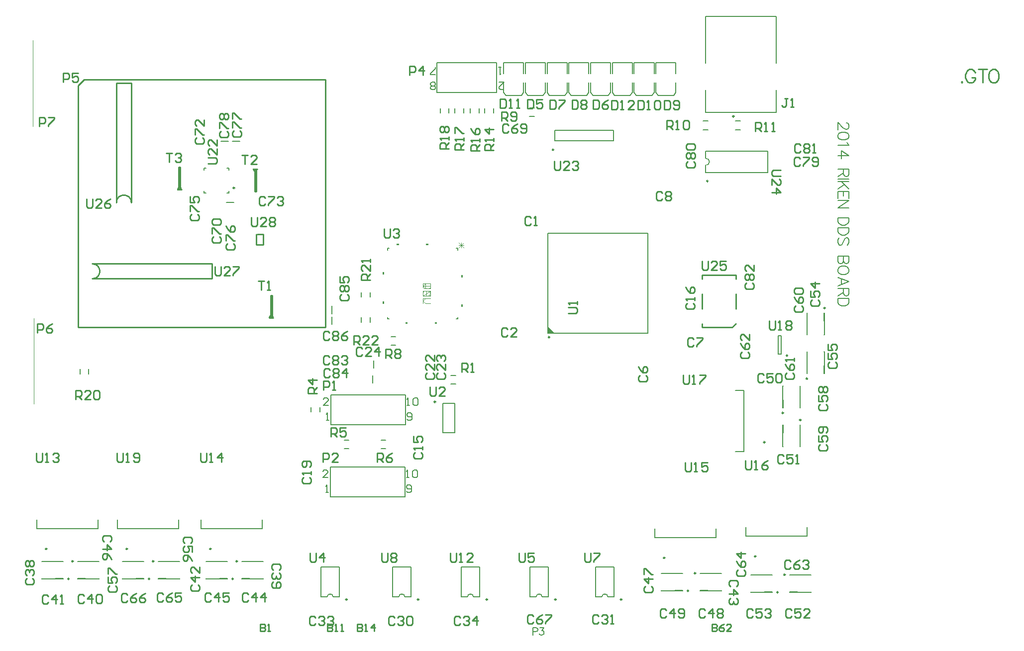
<source format=gto>
%FSAX25Y25*%
%MOIN*%
G70*
G01*
G75*
G04 Layer_Color=65535*
%ADD10R,0.05118X0.05906*%
%ADD11R,0.10000X0.15000*%
%ADD12O,0.10000X0.15000*%
%ADD13R,0.15000X0.10000*%
%ADD14O,0.15000X0.10000*%
%ADD15R,0.20000X0.09500*%
%ADD16R,0.20000X0.04500*%
%ADD17R,0.04331X0.05512*%
%ADD18R,0.05512X0.04331*%
%ADD19R,0.08661X0.07874*%
%ADD20R,0.04331X0.06693*%
%ADD21R,0.01575X0.08465*%
%ADD22R,0.01575X0.08465*%
%ADD23R,0.06693X0.04331*%
%ADD24R,0.07874X0.08661*%
%ADD25R,0.08000X0.07200*%
%ADD26O,0.06500X0.03000*%
%ADD27R,0.06500X0.03000*%
%ADD28O,0.04000X0.20000*%
%ADD29R,0.01181X0.03169*%
%ADD30R,0.03169X0.01181*%
%ADD31R,0.26378X0.26378*%
%ADD32R,0.06496X0.01181*%
%ADD33R,0.41339X0.33071*%
%ADD34R,0.04134X0.12992*%
%ADD35R,0.33071X0.41339*%
%ADD36R,0.12992X0.04134*%
%ADD37R,0.04331X0.02559*%
%ADD38O,0.07480X0.02362*%
%ADD39C,0.01969*%
%ADD40O,0.02362X0.08661*%
%ADD41R,0.10236X0.05906*%
%ADD42R,0.05100X0.03500*%
%ADD43R,0.05100X0.04700*%
%ADD44R,0.04000X0.16000*%
%ADD45R,0.16000X0.04000*%
%ADD46R,0.05906X0.05118*%
%ADD47O,0.03150X0.00984*%
%ADD48O,0.00984X0.03150*%
%ADD49R,0.10236X0.10236*%
%ADD50C,0.00492*%
%ADD51C,0.03150*%
%ADD52C,0.00787*%
%ADD53C,0.01000*%
%ADD54C,0.01969*%
%ADD55C,0.01181*%
%ADD56C,0.01575*%
%ADD57C,0.02362*%
%ADD58C,0.03937*%
%ADD59C,0.00900*%
%ADD60R,0.05906X0.05906*%
%ADD61C,0.05906*%
%ADD62C,0.05000*%
%ADD63C,0.14961*%
%ADD64C,0.06299*%
%ADD65R,0.06299X0.06299*%
%ADD66C,0.02598*%
%ADD67R,0.05709X0.02165*%
%ADD68O,0.07874X0.01378*%
%ADD69C,0.00984*%
%ADD70C,0.00394*%
%ADD71C,0.00600*%
%ADD72C,0.00720*%
%ADD73C,0.00800*%
%ADD74C,0.00300*%
G36*
X0250081Y0220182D02*
X0248581D01*
Y0221182D01*
X0250081D01*
Y0220182D01*
D02*
G37*
G36*
X0267295Y0231490D02*
X0266295D01*
Y0232990D01*
X0267295D01*
Y0231490D01*
D02*
G37*
G36*
X0328346Y0213681D02*
X0324409D01*
Y0217618D01*
X0328346Y0213681D01*
D02*
G37*
G36*
X0230396Y0220182D02*
X0228896D01*
Y0221182D01*
X0230396D01*
Y0220182D01*
D02*
G37*
G36*
X0214650Y0233459D02*
X0213650D01*
Y0234959D01*
X0214650D01*
Y0233459D01*
D02*
G37*
G36*
X0224490Y0272826D02*
X0222990D01*
Y0273826D01*
X0224490D01*
Y0272826D01*
D02*
G37*
G36*
X0244175D02*
X0242675D01*
Y0273826D01*
X0244175D01*
Y0272826D01*
D02*
G37*
G36*
X0267295Y0251175D02*
X0266295D01*
Y0252675D01*
X0267295D01*
Y0251175D01*
D02*
G37*
G36*
X0214650Y0253144D02*
X0213650D01*
Y0254644D01*
X0214650D01*
Y0253144D01*
D02*
G37*
D52*
X0430118Y0326279D02*
G03*
X0430118Y0331004I0000000J0002362D01*
G01*
X0274506Y0036964D02*
G03*
X0270438Y0036964I-0002034J0000000D01*
G01*
X0228506D02*
G03*
X0224438Y0036964I-0002034J0000000D01*
G01*
X0180507D02*
G03*
X0176438Y0036964I-0002034J0000000D01*
G01*
X0320507D02*
G03*
X0316438Y0036964I-0002034J0000000D01*
G01*
X0364507D02*
G03*
X0360438Y0036964I-0002034J0000000D01*
G01*
X0179528Y0226870D02*
Y0231988D01*
Y0219783D02*
Y0224902D01*
X0481811Y0163693D02*
Y0169008D01*
X0481614Y0178260D02*
X0481811D01*
X0493228Y0163693D02*
Y0169008D01*
Y0178260D02*
X0493425D01*
X0481614Y0163693D02*
Y0178260D01*
X0493425Y0163693D02*
Y0178260D01*
X0493228Y0146945D02*
Y0152260D01*
Y0137693D02*
X0493425D01*
X0481811Y0146945D02*
Y0152260D01*
X0481614Y0137693D02*
X0481811D01*
X0493425D02*
Y0152260D01*
X0481614Y0137693D02*
Y0152260D01*
X0498032Y0186693D02*
Y0192008D01*
X0497835Y0201260D02*
X0498032D01*
X0509449Y0186693D02*
Y0192008D01*
Y0201260D02*
X0509646D01*
X0497835Y0186693D02*
Y0201260D01*
X0509646Y0186693D02*
Y0201260D01*
X0509449Y0221945D02*
Y0227260D01*
Y0212693D02*
X0509646D01*
X0498032Y0221945D02*
Y0227260D01*
X0497835Y0212693D02*
X0498032D01*
X0509646D02*
Y0227260D01*
X0497835Y0212693D02*
Y0227260D01*
X0450000Y0356004D02*
X0453150D01*
X0450000Y0350098D02*
X0453150D01*
X0430118Y0321555D02*
Y0326279D01*
Y0331004D02*
Y0335728D01*
X0471457Y0321555D02*
Y0335728D01*
X0430118Y0321555D02*
X0471457D01*
X0430118Y0335728D02*
X0471457D01*
X0428346Y0350098D02*
X0431496D01*
X0428346Y0356004D02*
X0431496D01*
X0250039Y0375059D02*
Y0395059D01*
X0290039Y0375059D02*
Y0395059D01*
X0250039Y0375059D02*
X0290039D01*
X0250039Y0395059D02*
X0290039D01*
X0287992Y0361319D02*
Y0364469D01*
X0282087Y0361319D02*
Y0364469D01*
X0278150Y0361319D02*
Y0364469D01*
X0272244Y0361319D02*
Y0364469D01*
X0267913Y0361319D02*
Y0364469D01*
X0262008Y0361319D02*
Y0364469D01*
X0258071Y0361319D02*
Y0364469D01*
X0252165Y0361319D02*
Y0364469D01*
X0165551Y0160925D02*
Y0164075D01*
X0171457Y0160925D02*
Y0164075D01*
X0187795Y0136319D02*
X0190945D01*
X0187795Y0142224D02*
X0190945D01*
X0212598Y0136319D02*
X0215748D01*
X0212598Y0142224D02*
X0215748D01*
X0259449Y0179626D02*
X0262598D01*
X0259449Y0185531D02*
X0262598D01*
X0104441Y0049295D02*
X0109756D01*
X0095189Y0049098D02*
Y0049295D01*
X0104441Y0060713D02*
X0109756D01*
X0095189D02*
Y0060909D01*
Y0049098D02*
X0109756D01*
X0095189Y0060909D02*
X0109756D01*
X0119189Y0060713D02*
X0124504D01*
X0133756D02*
Y0060909D01*
X0119189Y0049295D02*
X0124504D01*
X0133756Y0049098D02*
Y0049295D01*
X0119189Y0060909D02*
X0133756D01*
X0119189Y0049098D02*
X0133756D01*
X0063189Y0060713D02*
X0068504D01*
X0077756D02*
Y0060909D01*
X0063189Y0049295D02*
X0068504D01*
X0077756Y0049098D02*
Y0049295D01*
X0063189Y0060909D02*
X0077756D01*
X0063189Y0049098D02*
X0077756D01*
X0048441Y0049295D02*
X0053756D01*
X0039189Y0049098D02*
Y0049295D01*
X0048441Y0060713D02*
X0053756D01*
X0039189D02*
Y0060909D01*
Y0049098D02*
X0053756D01*
X0039189Y0060909D02*
X0053756D01*
X0009189Y0060713D02*
X0014504D01*
X0023756D02*
Y0060909D01*
X0009189Y0049295D02*
X0014504D01*
X0023756Y0049098D02*
Y0049295D01*
X0009189Y0060909D02*
X0023756D01*
X0009189Y0049098D02*
X0023756D01*
X-0005559Y0049295D02*
X-0000244D01*
X-0014811Y0049098D02*
Y0049295D01*
X-0005559Y0060713D02*
X-0000244D01*
X-0014811D02*
Y0060909D01*
Y0049098D02*
X-0000244D01*
X-0014811Y0060909D02*
X-0000244D01*
X0469441Y0040295D02*
X0474756D01*
X0460189Y0040098D02*
Y0040295D01*
X0469441Y0051713D02*
X0474756D01*
X0460189D02*
Y0051910D01*
Y0040098D02*
X0474756D01*
X0460189Y0051910D02*
X0474756D01*
X0409441Y0041295D02*
X0414756D01*
X0400189Y0041098D02*
Y0041295D01*
X0409441Y0052713D02*
X0414756D01*
X0400189D02*
Y0052909D01*
Y0041098D02*
X0414756D01*
X0400189Y0052909D02*
X0414756D01*
X0426189Y0052713D02*
X0431504D01*
X0440756D02*
Y0052909D01*
X0426189Y0041295D02*
X0431504D01*
X0440756Y0041098D02*
Y0041295D01*
X0426189Y0052909D02*
X0440756D01*
X0426189Y0041098D02*
X0440756D01*
X0228465Y0103957D02*
Y0123957D01*
X0178465Y0103957D02*
Y0123957D01*
X0228465D01*
X0178465Y0103957D02*
X0228465D01*
X0228858Y0152382D02*
Y0172382D01*
X0178858Y0152382D02*
Y0172382D01*
X0228858D01*
X0178858Y0152382D02*
X0228858D01*
X0266370Y0036964D02*
Y0057043D01*
X0278575Y0036964D02*
Y0057043D01*
X0266370D02*
X0278575D01*
X0266370Y0036964D02*
X0270438D01*
X0274506D02*
X0278575D01*
X0220370D02*
Y0057043D01*
X0232575Y0036964D02*
Y0057043D01*
X0220370D02*
X0232575D01*
X0220370Y0036964D02*
X0224438D01*
X0228506D02*
X0232575D01*
X0172370D02*
Y0057043D01*
X0184575Y0036964D02*
Y0057043D01*
X0172370D02*
X0184575D01*
X0172370Y0036964D02*
X0176438D01*
X0180507D02*
X0184575D01*
X0312370D02*
Y0057043D01*
X0324575Y0036964D02*
Y0057043D01*
X0312370D02*
X0324575D01*
X0312370Y0036964D02*
X0316438D01*
X0320507D02*
X0324575D01*
X0356370D02*
Y0057043D01*
X0368575Y0036964D02*
Y0057043D01*
X0356370D02*
X0368575D01*
X0356370Y0036964D02*
X0360438D01*
X0364507D02*
X0368575D01*
X0486189Y0051713D02*
X0491504D01*
X0500756D02*
Y0051910D01*
X0486189Y0040295D02*
X0491504D01*
X0500756Y0040098D02*
Y0040295D01*
X0486189Y0051910D02*
X0500756D01*
X0486189Y0040098D02*
X0500756D01*
X0497945Y0077768D02*
Y0083673D01*
X0457000Y0077768D02*
X0497945D01*
X0457000D02*
Y0083673D01*
X0076945Y0082768D02*
Y0088673D01*
X0036000Y0082768D02*
X0076945D01*
X0036000D02*
Y0088673D01*
X0449850Y0175449D02*
X0455756D01*
Y0134504D02*
Y0175449D01*
X0449850Y0134504D02*
X0455756D01*
X0478756Y0199874D02*
Y0212079D01*
X0480724Y0199874D02*
Y0212079D01*
X0478756D02*
X0480724D01*
X0478756Y0199874D02*
X0480724D01*
X0132945Y0082768D02*
Y0088673D01*
X0092000Y0082768D02*
X0132945D01*
X0092000D02*
Y0088673D01*
X0022945Y0082768D02*
Y0088673D01*
X-0018000Y0082768D02*
X0022945D01*
X-0018000D02*
Y0088673D01*
X0253937Y0147146D02*
X0261811D01*
X0253937Y0166831D02*
X0261811D01*
Y0147146D02*
Y0166831D01*
X0253937Y0147146D02*
Y0166831D01*
X0324409Y0217618D02*
X0328346Y0213681D01*
X0324409D02*
X0391339D01*
X0324409Y0280610D02*
X0391339D01*
X0324409Y0213681D02*
Y0280610D01*
X0391339Y0213681D02*
Y0280610D01*
X0219291Y0205610D02*
X0222441D01*
X0219291Y0211516D02*
X0222441D01*
X0328937Y0342618D02*
X0368307D01*
X0328937Y0349705D02*
X0368307D01*
X0328937Y0342618D02*
Y0349705D01*
X0368307Y0342618D02*
Y0349705D01*
X0312008Y0364862D02*
X0315158D01*
X0312008Y0358957D02*
X0315158D01*
X0308071Y0375098D02*
Y0381791D01*
X0294685Y0375098D02*
X0296260Y0373130D01*
X0306496Y0373130D02*
X0308071Y0375098D01*
X0294685Y0375098D02*
Y0381791D01*
X0296260Y0373130D02*
X0306496D01*
X0294685Y0395177D02*
X0308071D01*
Y0387697D02*
Y0395177D01*
X0294685Y0387697D02*
Y0395177D01*
X0322638Y0375098D02*
Y0381791D01*
X0309252Y0375098D02*
X0310827Y0373130D01*
X0321063Y0373130D02*
X0322638Y0375098D01*
X0309252Y0375098D02*
Y0381791D01*
X0310827Y0373130D02*
X0321063D01*
X0309252Y0395177D02*
X0322638D01*
Y0387697D02*
Y0395177D01*
X0309252Y0387697D02*
Y0395177D01*
X0337205Y0375098D02*
Y0381791D01*
X0323819Y0375098D02*
X0325394Y0373130D01*
X0335630Y0373130D02*
X0337205Y0375098D01*
X0323819Y0375098D02*
Y0381791D01*
X0325394Y0373130D02*
X0335630D01*
X0323819Y0395177D02*
X0337205D01*
Y0387697D02*
Y0395177D01*
X0323819Y0387697D02*
Y0395177D01*
X0351772Y0375098D02*
Y0381791D01*
X0338386Y0375098D02*
X0339961Y0373130D01*
X0350197Y0373130D02*
X0351772Y0375098D01*
X0338386Y0375098D02*
Y0381791D01*
X0339961Y0373130D02*
X0350197D01*
X0338386Y0395177D02*
X0351772D01*
Y0387697D02*
Y0395177D01*
X0338386Y0387697D02*
Y0395177D01*
X0366339Y0375098D02*
Y0381791D01*
X0352953Y0375098D02*
X0354528Y0373130D01*
X0364764Y0373130D02*
X0366339Y0375098D01*
X0352953Y0375098D02*
Y0381791D01*
X0354528Y0373130D02*
X0364764D01*
X0352953Y0395177D02*
X0366339D01*
Y0387697D02*
Y0395177D01*
X0352953Y0387697D02*
Y0395177D01*
X0380906Y0375098D02*
Y0381791D01*
X0367520Y0375098D02*
X0369094Y0373130D01*
X0379331Y0373130D02*
X0380906Y0375098D01*
X0367520Y0375098D02*
Y0381791D01*
X0369094Y0373130D02*
X0379331D01*
X0367520Y0395177D02*
X0380906D01*
Y0387697D02*
Y0395177D01*
X0367520Y0387697D02*
Y0395177D01*
X0395472Y0375098D02*
Y0381791D01*
X0382087Y0375098D02*
X0383661Y0373130D01*
X0393898Y0373130D02*
X0395472Y0375098D01*
X0382087Y0375098D02*
Y0381791D01*
X0383661Y0373130D02*
X0393898D01*
X0382087Y0395177D02*
X0395472D01*
Y0387697D02*
Y0395177D01*
X0382087Y0387697D02*
Y0395177D01*
X0410039Y0375098D02*
Y0381791D01*
X0396654Y0375098D02*
X0398228Y0373130D01*
X0408465Y0373130D02*
X0410039Y0375098D01*
X0396654Y0375098D02*
Y0381791D01*
X0398228Y0373130D02*
X0408465D01*
X0396654Y0395177D02*
X0410039D01*
Y0387697D02*
Y0395177D01*
X0396654Y0387697D02*
Y0395177D01*
X0207480Y0190256D02*
Y0195374D01*
X0207087Y0180413D02*
Y0185531D01*
X0199409Y0238091D02*
Y0241240D01*
X0205315Y0238091D02*
Y0241240D01*
X0199409Y0221161D02*
Y0224311D01*
X0205315Y0221161D02*
Y0224311D01*
X0112795Y0342421D02*
X0117913D01*
X0105315D02*
X0110433D01*
X0108858Y0301476D02*
X0113976D01*
X0010827Y0186516D02*
Y0189665D01*
X0016732Y0186516D02*
Y0189665D01*
X0094095Y0307776D02*
X0095374D01*
X0094095D02*
Y0309055D01*
Y0324311D02*
X0095374D01*
X0094095Y0323031D02*
Y0324311D01*
X0109350D02*
X0110630D01*
Y0323031D02*
Y0324311D01*
X0109350Y0307776D02*
X0110630D01*
Y0309055D01*
X0436945Y0076768D02*
Y0082673D01*
X0396000Y0076768D02*
X0436945D01*
X0396000D02*
Y0082673D01*
X0429843Y0361673D02*
Y0376713D01*
Y0361673D02*
X0477244D01*
X0477244D02*
Y0376713D01*
Y0394823D02*
Y0426240D01*
X0429843D02*
X0477244D01*
X0429843Y0394823D02*
Y0426240D01*
D53*
X0019134Y0250272D02*
G03*
X0019134Y0260272I0000000J0005000D01*
G01*
X0045299Y0301319D02*
G03*
X0035299Y0301319I-0005000J0000000D01*
G01*
X0078858Y0310000D02*
G03*
X0076358Y0310000I-0001250J0000000D01*
G01*
X0127047Y0323661D02*
G03*
X0129547Y0323661I0001250J0000000D01*
G01*
X0140276Y0224173D02*
G03*
X0137776Y0224173I-0001250J0000000D01*
G01*
X0019134Y0260272D02*
X0099134D01*
Y0250272D02*
Y0260272D01*
X0019134Y0250272D02*
X0099134D01*
X0035299Y0301319D02*
Y0381319D01*
X0045299D01*
Y0301319D02*
Y0381319D01*
X0447638Y0217598D02*
X0450138Y0220098D01*
X0427638Y0217598D02*
X0447638D01*
X0427638Y0230098D02*
Y0240098D01*
Y0250098D02*
Y0252598D01*
X0450138D01*
Y0250098D02*
Y0252598D01*
Y0230098D02*
Y0240098D01*
X0427638Y0217598D02*
Y0220098D01*
X0077108Y0310000D02*
Y0325000D01*
X0078108D01*
Y0310000D02*
Y0325000D01*
X0076358Y0310000D02*
X0078108D01*
X0077108D02*
X0078858D01*
X0127047Y0323661D02*
X0128797D01*
X0127797D02*
X0129547D01*
X0127797Y0308661D02*
Y0323661D01*
Y0308661D02*
X0128797D01*
Y0323661D01*
X0129559Y0280236D02*
X0133559D01*
Y0273236D02*
Y0280236D01*
X0129559D02*
X0131559D01*
X0129059Y0273236D02*
X0133559D01*
X0129059D02*
Y0280236D01*
X0138526Y0224173D02*
X0140276D01*
X0137776D02*
X0139526D01*
Y0239173D01*
X0138526D02*
X0139526D01*
X0138526Y0224173D02*
Y0239173D01*
X0009512Y0217844D02*
Y0379644D01*
Y0217844D02*
X0175312D01*
Y0383644D01*
X0013512D02*
X0175312D01*
X0009512Y0379644D02*
X0013512Y0383644D01*
X0185848Y0239629D02*
X0184848Y0238629D01*
Y0236630D01*
X0185848Y0235630D01*
X0189847D01*
X0190847Y0236630D01*
Y0238629D01*
X0189847Y0239629D01*
X0185848Y0241628D02*
X0184848Y0242628D01*
Y0244627D01*
X0185848Y0245627D01*
X0186848D01*
X0187847Y0244627D01*
X0188847Y0245627D01*
X0189847D01*
X0190847Y0244627D01*
Y0242628D01*
X0189847Y0241628D01*
X0188847D01*
X0187847Y0242628D01*
X0186848Y0241628D01*
X0185848D01*
X0187847Y0242628D02*
Y0244627D01*
X0184848Y0251625D02*
Y0247626D01*
X0187847D01*
X0186848Y0249625D01*
Y0250625D01*
X0187847Y0251625D01*
X0189847D01*
X0190847Y0250625D01*
Y0248626D01*
X0189847Y0247626D01*
X0177916Y0214152D02*
X0176916Y0215152D01*
X0174917D01*
X0173917Y0214152D01*
Y0210153D01*
X0174917Y0209154D01*
X0176916D01*
X0177916Y0210153D01*
X0179915Y0214152D02*
X0180915Y0215152D01*
X0182914D01*
X0183914Y0214152D01*
Y0213152D01*
X0182914Y0212153D01*
X0183914Y0211153D01*
Y0210153D01*
X0182914Y0209154D01*
X0180915D01*
X0179915Y0210153D01*
Y0211153D01*
X0180915Y0212153D01*
X0179915Y0213152D01*
Y0214152D01*
X0180915Y0212153D02*
X0182914D01*
X0189912Y0215152D02*
X0187913Y0214152D01*
X0185913Y0212153D01*
Y0210153D01*
X0186913Y0209154D01*
X0188912D01*
X0189912Y0210153D01*
Y0211153D01*
X0188912Y0212153D01*
X0185913D01*
X0485101Y0371254D02*
X0483102D01*
X0484101D01*
Y0366256D01*
X0483102Y0365256D01*
X0482102D01*
X0481102Y0366256D01*
X0487100Y0365256D02*
X0489100D01*
X0488100D01*
Y0371254D01*
X0487100Y0370254D01*
X0480407Y0323130D02*
X0475409D01*
X0474409Y0322130D01*
Y0320131D01*
X0475409Y0319131D01*
X0480407D01*
X0474409Y0313133D02*
Y0317132D01*
X0478408Y0313133D01*
X0479408D01*
X0480407Y0314133D01*
Y0316132D01*
X0479408Y0317132D01*
X0474409Y0308135D02*
X0480407D01*
X0477409Y0311134D01*
Y0307135D01*
X0068661Y0334542D02*
X0072659D01*
X0070660D01*
Y0328544D01*
X0074659Y0333542D02*
X0075658Y0334542D01*
X0077658D01*
X0078657Y0333542D01*
Y0332543D01*
X0077658Y0331543D01*
X0076658D01*
X0077658D01*
X0078657Y0330543D01*
Y0329544D01*
X0077658Y0328544D01*
X0075658D01*
X0074659Y0329544D01*
X0463287Y0349213D02*
Y0355211D01*
X0466286D01*
X0467286Y0354211D01*
Y0352212D01*
X0466286Y0351212D01*
X0463287D01*
X0465287D02*
X0467286Y0349213D01*
X0469285D02*
X0471285D01*
X0470285D01*
Y0355211D01*
X0469285Y0354211D01*
X0474284Y0349213D02*
X0476283D01*
X0475283D01*
Y0355211D01*
X0474284Y0354211D01*
X0403937Y0350394D02*
Y0356392D01*
X0406936D01*
X0407936Y0355392D01*
Y0353393D01*
X0406936Y0352393D01*
X0403937D01*
X0405936D02*
X0407936Y0350394D01*
X0409935D02*
X0411934D01*
X0410935D01*
Y0356392D01*
X0409935Y0355392D01*
X0414933D02*
X0415933Y0356392D01*
X0417933D01*
X0418932Y0355392D01*
Y0351393D01*
X0417933Y0350394D01*
X0415933D01*
X0414933Y0351393D01*
Y0355392D01*
X0493467Y0339742D02*
X0492467Y0340742D01*
X0490468D01*
X0489468Y0339742D01*
Y0335744D01*
X0490468Y0334744D01*
X0492467D01*
X0493467Y0335744D01*
X0495467Y0339742D02*
X0496466Y0340742D01*
X0498466D01*
X0499465Y0339742D01*
Y0338743D01*
X0498466Y0337743D01*
X0499465Y0336743D01*
Y0335744D01*
X0498466Y0334744D01*
X0496466D01*
X0495467Y0335744D01*
Y0336743D01*
X0496466Y0337743D01*
X0495467Y0338743D01*
Y0339742D01*
X0496466Y0337743D02*
X0498466D01*
X0501465Y0334744D02*
X0503464D01*
X0502464D01*
Y0340742D01*
X0501465Y0339742D01*
X0417836Y0328802D02*
X0416837Y0327802D01*
Y0325803D01*
X0417836Y0324803D01*
X0421835D01*
X0422835Y0325803D01*
Y0327802D01*
X0421835Y0328802D01*
X0417836Y0330801D02*
X0416837Y0331801D01*
Y0333800D01*
X0417836Y0334800D01*
X0418836D01*
X0419836Y0333800D01*
X0420835Y0334800D01*
X0421835D01*
X0422835Y0333800D01*
Y0331801D01*
X0421835Y0330801D01*
X0420835D01*
X0419836Y0331801D01*
X0418836Y0330801D01*
X0417836D01*
X0419836Y0331801D02*
Y0333800D01*
X0417836Y0336799D02*
X0416837Y0337799D01*
Y0339798D01*
X0417836Y0340798D01*
X0421835D01*
X0422835Y0339798D01*
Y0337799D01*
X0421835Y0336799D01*
X0417836D01*
X0493172Y0330884D02*
X0492172Y0331884D01*
X0490173D01*
X0489173Y0330884D01*
Y0326886D01*
X0490173Y0325886D01*
X0492172D01*
X0493172Y0326886D01*
X0495171Y0331884D02*
X0499170D01*
Y0330884D01*
X0495171Y0326886D01*
Y0325886D01*
X0501169Y0326886D02*
X0502169Y0325886D01*
X0504168D01*
X0505168Y0326886D01*
Y0330884D01*
X0504168Y0331884D01*
X0502169D01*
X0501169Y0330884D01*
Y0329885D01*
X0502169Y0328885D01*
X0505168D01*
X0105336Y0349176D02*
X0104337Y0348176D01*
Y0346177D01*
X0105336Y0345177D01*
X0109335D01*
X0110335Y0346177D01*
Y0348176D01*
X0109335Y0349176D01*
X0104337Y0351175D02*
Y0355174D01*
X0105336D01*
X0109335Y0351175D01*
X0110335D01*
X0105336Y0357173D02*
X0104337Y0358173D01*
Y0360172D01*
X0105336Y0361172D01*
X0106336D01*
X0107336Y0360172D01*
X0108335Y0361172D01*
X0109335D01*
X0110335Y0360172D01*
Y0358173D01*
X0109335Y0357173D01*
X0108335D01*
X0107336Y0358173D01*
X0106336Y0357173D01*
X0105336D01*
X0107336Y0358173D02*
Y0360172D01*
X0113801Y0349274D02*
X0112801Y0348275D01*
Y0346275D01*
X0113801Y0345276D01*
X0117799D01*
X0118799Y0346275D01*
Y0348275D01*
X0117799Y0349274D01*
X0112801Y0351274D02*
Y0355272D01*
X0113801D01*
X0117799Y0351274D01*
X0118799D01*
X0112801Y0357272D02*
Y0361270D01*
X0113801D01*
X0117799Y0357272D01*
X0118799D01*
X0109470Y0273881D02*
X0108470Y0272881D01*
Y0270882D01*
X0109470Y0269882D01*
X0113469D01*
X0114469Y0270882D01*
Y0272881D01*
X0113469Y0273881D01*
X0108470Y0275880D02*
Y0279879D01*
X0109470D01*
X0113469Y0275880D01*
X0114469D01*
X0108470Y0285877D02*
X0109470Y0283877D01*
X0111469Y0281878D01*
X0113469D01*
X0114469Y0282878D01*
Y0284877D01*
X0113469Y0285877D01*
X0112469D01*
X0111469Y0284877D01*
Y0281878D01*
X0085651Y0293369D02*
X0084651Y0292369D01*
Y0290370D01*
X0085651Y0289370D01*
X0089650D01*
X0090650Y0290370D01*
Y0292369D01*
X0089650Y0293369D01*
X0084651Y0295368D02*
Y0299367D01*
X0085651D01*
X0089650Y0295368D01*
X0090650D01*
X0084651Y0305365D02*
Y0301366D01*
X0087651D01*
X0086651Y0303365D01*
Y0304365D01*
X0087651Y0305365D01*
X0089650D01*
X0090650Y0304365D01*
Y0302366D01*
X0089650Y0301366D01*
X0135101Y0304309D02*
X0134101Y0305309D01*
X0132102D01*
X0131102Y0304309D01*
Y0300311D01*
X0132102Y0299311D01*
X0134101D01*
X0135101Y0300311D01*
X0137100Y0305309D02*
X0141099D01*
Y0304309D01*
X0137100Y0300311D01*
Y0299311D01*
X0143098Y0304309D02*
X0144098Y0305309D01*
X0146098D01*
X0147097Y0304309D01*
Y0303310D01*
X0146098Y0302310D01*
X0145098D01*
X0146098D01*
X0147097Y0301310D01*
Y0300311D01*
X0146098Y0299311D01*
X0144098D01*
X0143098Y0300311D01*
X0089096Y0344648D02*
X0088096Y0343649D01*
Y0341649D01*
X0089096Y0340650D01*
X0093095D01*
X0094095Y0341649D01*
Y0343649D01*
X0093095Y0344648D01*
X0088096Y0346648D02*
Y0350646D01*
X0089096D01*
X0093095Y0346648D01*
X0094095D01*
Y0356644D02*
Y0352646D01*
X0090096Y0356644D01*
X0089096D01*
X0088096Y0355645D01*
Y0353645D01*
X0089096Y0352646D01*
X0100218Y0278408D02*
X0099218Y0277409D01*
Y0275409D01*
X0100218Y0274410D01*
X0104217D01*
X0105217Y0275409D01*
Y0277409D01*
X0104217Y0278408D01*
X0099218Y0280408D02*
Y0284406D01*
X0100218D01*
X0104217Y0280408D01*
X0105217D01*
X0100218Y0286406D02*
X0099218Y0287405D01*
Y0289405D01*
X0100218Y0290404D01*
X0104217D01*
X0105217Y0289405D01*
Y0287405D01*
X0104217Y0286406D01*
X0100218D01*
X0337876Y0227146D02*
X0342874D01*
X0343874Y0228145D01*
Y0230145D01*
X0342874Y0231144D01*
X0337876D01*
X0343874Y0233144D02*
Y0235143D01*
Y0234143D01*
X0337876D01*
X0338876Y0233144D01*
X0313103Y0291196D02*
X0312103Y0292196D01*
X0310104D01*
X0309104Y0291196D01*
Y0287197D01*
X0310104Y0286198D01*
X0312103D01*
X0313103Y0287197D01*
X0315102Y0286198D02*
X0317101D01*
X0316102D01*
Y0292196D01*
X0315102Y0291196D01*
X0297306Y0216317D02*
X0296306Y0217317D01*
X0294307D01*
X0293307Y0216317D01*
Y0212319D01*
X0294307Y0211319D01*
X0296306D01*
X0297306Y0212319D01*
X0303304Y0211319D02*
X0299305D01*
X0303304Y0215318D01*
Y0216317D01*
X0302304Y0217317D01*
X0300305D01*
X0299305Y0216317D01*
X0386045Y0185495D02*
X0385045Y0184495D01*
Y0182496D01*
X0386045Y0181496D01*
X0390044D01*
X0391043Y0182496D01*
Y0184495D01*
X0390044Y0185495D01*
X0385045Y0191493D02*
X0386045Y0189494D01*
X0388044Y0187494D01*
X0390044D01*
X0391043Y0188494D01*
Y0190493D01*
X0390044Y0191493D01*
X0389044D01*
X0388044Y0190493D01*
Y0187494D01*
X0422097Y0209709D02*
X0421098Y0210709D01*
X0419098D01*
X0418098Y0209709D01*
Y0205711D01*
X0419098Y0204711D01*
X0421098D01*
X0422097Y0205711D01*
X0424096Y0210709D02*
X0428095D01*
Y0209709D01*
X0424096Y0205711D01*
Y0204711D01*
X0400912Y0307709D02*
X0399912Y0308708D01*
X0397913D01*
X0396913Y0307709D01*
Y0303710D01*
X0397913Y0302710D01*
X0399912D01*
X0400912Y0303710D01*
X0402912Y0307709D02*
X0403911Y0308708D01*
X0405910D01*
X0406910Y0307709D01*
Y0306709D01*
X0405910Y0305709D01*
X0406910Y0304710D01*
Y0303710D01*
X0405910Y0302710D01*
X0403911D01*
X0402912Y0303710D01*
Y0304710D01*
X0403911Y0305709D01*
X0402912Y0306709D01*
Y0307709D01*
X0403911Y0305709D02*
X0405910D01*
X0235356Y0133625D02*
X0234356Y0132625D01*
Y0130626D01*
X0235356Y0129626D01*
X0239355D01*
X0240354Y0130626D01*
Y0132625D01*
X0239355Y0133625D01*
X0240354Y0135624D02*
Y0137623D01*
Y0136624D01*
X0234356D01*
X0235356Y0135624D01*
X0234356Y0144621D02*
Y0140622D01*
X0237355D01*
X0236356Y0142622D01*
Y0143622D01*
X0237355Y0144621D01*
X0239355D01*
X0240354Y0143622D01*
Y0141622D01*
X0239355Y0140622D01*
X0417541Y0233920D02*
X0416541Y0232920D01*
Y0230921D01*
X0417541Y0229921D01*
X0421540D01*
X0422539Y0230921D01*
Y0232920D01*
X0421540Y0233920D01*
X0422539Y0235919D02*
Y0237919D01*
Y0236919D01*
X0416541D01*
X0417541Y0235919D01*
X0416541Y0244916D02*
X0417541Y0242917D01*
X0419540Y0240918D01*
X0421540D01*
X0422539Y0241917D01*
Y0243917D01*
X0421540Y0244916D01*
X0420540D01*
X0419540Y0243917D01*
Y0240918D01*
X0160750Y0116991D02*
X0159750Y0115991D01*
Y0113992D01*
X0160750Y0112992D01*
X0164748D01*
X0165748Y0113992D01*
Y0115991D01*
X0164748Y0116991D01*
X0165748Y0118990D02*
Y0120990D01*
Y0119990D01*
X0159750D01*
X0160750Y0118990D01*
X0164748Y0123989D02*
X0165748Y0124988D01*
Y0126988D01*
X0164748Y0127987D01*
X0160750D01*
X0159750Y0126988D01*
Y0124988D01*
X0160750Y0123989D01*
X0161749D01*
X0162749Y0124988D01*
Y0127987D01*
X0174021Y0175773D02*
Y0181771D01*
X0177020D01*
X0178019Y0180772D01*
Y0178772D01*
X0177020Y0177773D01*
X0174021D01*
X0180018Y0175773D02*
X0182018D01*
X0181018D01*
Y0181771D01*
X0180018Y0180772D01*
X0173708Y0127390D02*
Y0133388D01*
X0176707D01*
X0177707Y0132388D01*
Y0130389D01*
X0176707Y0129389D01*
X0173708D01*
X0183705Y0127390D02*
X0179706D01*
X0183705Y0131388D01*
Y0132388D01*
X0182705Y0133388D01*
X0180706D01*
X0179706Y0132388D01*
X0266634Y0187795D02*
Y0193793D01*
X0269633D01*
X0270633Y0192794D01*
Y0190794D01*
X0269633Y0189795D01*
X0266634D01*
X0268633D02*
X0270633Y0187795D01*
X0272632D02*
X0274631D01*
X0273632D01*
Y0193793D01*
X0272632Y0192794D01*
X0169488Y0173327D02*
X0163490D01*
Y0176326D01*
X0164490Y0177325D01*
X0166489D01*
X0167489Y0176326D01*
Y0173327D01*
Y0175326D02*
X0169488Y0177325D01*
Y0182324D02*
X0163490D01*
X0166489Y0179325D01*
Y0183324D01*
X0178937Y0144291D02*
Y0150289D01*
X0181936D01*
X0182936Y0149290D01*
Y0147290D01*
X0181936Y0146291D01*
X0178937D01*
X0180936D02*
X0182936Y0144291D01*
X0188934Y0150289D02*
X0184935D01*
Y0147290D01*
X0186934Y0148290D01*
X0187934D01*
X0188934Y0147290D01*
Y0145291D01*
X0187934Y0144291D01*
X0185935D01*
X0184935Y0145291D01*
X0209842Y0127264D02*
Y0133262D01*
X0212842D01*
X0213841Y0132262D01*
Y0130263D01*
X0212842Y0129263D01*
X0209842D01*
X0211842D02*
X0213841Y0127264D01*
X0219839Y0133262D02*
X0217840Y0132262D01*
X0215841Y0130263D01*
Y0128263D01*
X0216840Y0127264D01*
X0218840D01*
X0219839Y0128263D01*
Y0129263D01*
X0218840Y0130263D01*
X0215841D01*
X0214672Y0283602D02*
Y0278604D01*
X0215672Y0277604D01*
X0217671D01*
X0218671Y0278604D01*
Y0283602D01*
X0220671Y0282602D02*
X0221670Y0283602D01*
X0223670D01*
X0224669Y0282602D01*
Y0281603D01*
X0223670Y0280603D01*
X0222670D01*
X0223670D01*
X0224669Y0279603D01*
Y0278604D01*
X0223670Y0277604D01*
X0221670D01*
X0220671Y0278604D01*
X0243277Y0187168D02*
X0242278Y0186168D01*
Y0184169D01*
X0243277Y0183169D01*
X0247276D01*
X0248276Y0184169D01*
Y0186168D01*
X0247276Y0187168D01*
X0248276Y0193166D02*
Y0189167D01*
X0244277Y0193166D01*
X0243277D01*
X0242278Y0192166D01*
Y0190167D01*
X0243277Y0189167D01*
X0248276Y0199164D02*
Y0195165D01*
X0244277Y0199164D01*
X0243277D01*
X0242278Y0198164D01*
Y0196165D01*
X0243277Y0195165D01*
X0250758Y0187168D02*
X0249758Y0186168D01*
Y0184169D01*
X0250758Y0183169D01*
X0254756D01*
X0255756Y0184169D01*
Y0186168D01*
X0254756Y0187168D01*
X0255756Y0193166D02*
Y0189167D01*
X0251757Y0193166D01*
X0250758D01*
X0249758Y0192166D01*
Y0190167D01*
X0250758Y0189167D01*
Y0195165D02*
X0249758Y0196165D01*
Y0198164D01*
X0250758Y0199164D01*
X0251757D01*
X0252757Y0198164D01*
Y0197165D01*
Y0198164D01*
X0253757Y0199164D01*
X0254756D01*
X0255756Y0198164D01*
Y0196165D01*
X0254756Y0195165D01*
X0200062Y0203325D02*
X0199062Y0204325D01*
X0197063D01*
X0196063Y0203325D01*
Y0199326D01*
X0197063Y0198327D01*
X0199062D01*
X0200062Y0199326D01*
X0206060Y0198327D02*
X0202061D01*
X0206060Y0202326D01*
Y0203325D01*
X0205060Y0204325D01*
X0203061D01*
X0202061Y0203325D01*
X0211058Y0198327D02*
Y0204325D01*
X0208059Y0201326D01*
X0212058D01*
X0221471Y0023002D02*
X0220472Y0024002D01*
X0218472D01*
X0217472Y0023002D01*
Y0019004D01*
X0218472Y0018004D01*
X0220472D01*
X0221471Y0019004D01*
X0223470Y0023002D02*
X0224470Y0024002D01*
X0226469D01*
X0227469Y0023002D01*
Y0022003D01*
X0226469Y0021003D01*
X0225470D01*
X0226469D01*
X0227469Y0020003D01*
Y0019004D01*
X0226469Y0018004D01*
X0224470D01*
X0223470Y0019004D01*
X0229469Y0023002D02*
X0230468Y0024002D01*
X0232468D01*
X0233467Y0023002D01*
Y0019004D01*
X0232468Y0018004D01*
X0230468D01*
X0229469Y0019004D01*
Y0023002D01*
X0358271Y0024002D02*
X0357272Y0025002D01*
X0355272D01*
X0354272Y0024002D01*
Y0020004D01*
X0355272Y0019004D01*
X0357272D01*
X0358271Y0020004D01*
X0360271Y0024002D02*
X0361270Y0025002D01*
X0363269D01*
X0364269Y0024002D01*
Y0023003D01*
X0363269Y0022003D01*
X0362270D01*
X0363269D01*
X0364269Y0021003D01*
Y0020004D01*
X0363269Y0019004D01*
X0361270D01*
X0360271Y0020004D01*
X0366269Y0019004D02*
X0368268D01*
X0367268D01*
Y0025002D01*
X0366269Y0024002D01*
X0168471Y0023002D02*
X0167472Y0024002D01*
X0165472D01*
X0164472Y0023002D01*
Y0019004D01*
X0165472Y0018004D01*
X0167472D01*
X0168471Y0019004D01*
X0170470Y0023002D02*
X0171470Y0024002D01*
X0173469D01*
X0174469Y0023002D01*
Y0022003D01*
X0173469Y0021003D01*
X0172470D01*
X0173469D01*
X0174469Y0020003D01*
Y0019004D01*
X0173469Y0018004D01*
X0171470D01*
X0170470Y0019004D01*
X0176469Y0023002D02*
X0177468Y0024002D01*
X0179468D01*
X0180467Y0023002D01*
Y0022003D01*
X0179468Y0021003D01*
X0178468D01*
X0179468D01*
X0180467Y0020003D01*
Y0019004D01*
X0179468Y0018004D01*
X0177468D01*
X0176469Y0019004D01*
X0265471Y0023002D02*
X0264472Y0024002D01*
X0262472D01*
X0261472Y0023002D01*
Y0019004D01*
X0262472Y0018004D01*
X0264472D01*
X0265471Y0019004D01*
X0267471Y0023002D02*
X0268470Y0024002D01*
X0270469D01*
X0271469Y0023002D01*
Y0022003D01*
X0270469Y0021003D01*
X0269470D01*
X0270469D01*
X0271469Y0020003D01*
Y0019004D01*
X0270469Y0018004D01*
X0268470D01*
X0267471Y0019004D01*
X0276468Y0018004D02*
Y0024002D01*
X0273469Y0021003D01*
X0277467D01*
X0013546Y0037872D02*
X0012546Y0038872D01*
X0010547D01*
X0009547Y0037872D01*
Y0033874D01*
X0010547Y0032874D01*
X0012546D01*
X0013546Y0033874D01*
X0018544Y0032874D02*
Y0038872D01*
X0015545Y0035873D01*
X0019544D01*
X0021543Y0037872D02*
X0022543Y0038872D01*
X0024542D01*
X0025542Y0037872D01*
Y0033874D01*
X0024542Y0032874D01*
X0022543D01*
X0021543Y0033874D01*
Y0037872D01*
X-0010371Y0037479D02*
X-0011371Y0038478D01*
X-0013370D01*
X-0014370Y0037479D01*
Y0033480D01*
X-0013370Y0032480D01*
X-0011371D01*
X-0010371Y0033480D01*
X-0005373Y0032480D02*
Y0038478D01*
X-0008372Y0035479D01*
X-0004373D01*
X-0002374Y0032480D02*
X-0000375D01*
X-0001374D01*
Y0038478D01*
X-0002374Y0037479D01*
X0123782Y0038857D02*
X0122783Y0039856D01*
X0120783D01*
X0119783Y0038857D01*
Y0034858D01*
X0120783Y0033858D01*
X0122783D01*
X0123782Y0034858D01*
X0128780Y0033858D02*
Y0039856D01*
X0125782Y0036857D01*
X0129780D01*
X0134779Y0033858D02*
Y0039856D01*
X0131780Y0036857D01*
X0135778D01*
X0098684Y0038660D02*
X0097684Y0039660D01*
X0095685D01*
X0094685Y0038660D01*
Y0034661D01*
X0095685Y0033661D01*
X0097684D01*
X0098684Y0034661D01*
X0103682Y0033661D02*
Y0039660D01*
X0100683Y0036660D01*
X0104682D01*
X0110680Y0039660D02*
X0106681D01*
Y0036660D01*
X0108680Y0037660D01*
X0109680D01*
X0110680Y0036660D01*
Y0034661D01*
X0109680Y0033661D01*
X0107681D01*
X0106681Y0034661D01*
X0429471Y0028002D02*
X0428472Y0029002D01*
X0426472D01*
X0425472Y0028002D01*
Y0024004D01*
X0426472Y0023004D01*
X0428472D01*
X0429471Y0024004D01*
X0434470Y0023004D02*
Y0029002D01*
X0431470Y0026003D01*
X0435469D01*
X0437469Y0028002D02*
X0438468Y0029002D01*
X0440468D01*
X0441467Y0028002D01*
Y0027003D01*
X0440468Y0026003D01*
X0441467Y0025003D01*
Y0024004D01*
X0440468Y0023004D01*
X0438468D01*
X0437469Y0024004D01*
Y0025003D01*
X0438468Y0026003D01*
X0437469Y0027003D01*
Y0028002D01*
X0438468Y0026003D02*
X0440468D01*
X0403471Y0028002D02*
X0402471Y0029002D01*
X0400472D01*
X0399472Y0028002D01*
Y0024004D01*
X0400472Y0023004D01*
X0402471D01*
X0403471Y0024004D01*
X0408469Y0023004D02*
Y0029002D01*
X0405471Y0026003D01*
X0409469D01*
X0411469Y0024004D02*
X0412468Y0023004D01*
X0414468D01*
X0415467Y0024004D01*
Y0028002D01*
X0414468Y0029002D01*
X0412468D01*
X0411469Y0028002D01*
Y0027003D01*
X0412468Y0026003D01*
X0415467D01*
X0487471Y0028002D02*
X0486472Y0029002D01*
X0484472D01*
X0483472Y0028002D01*
Y0024004D01*
X0484472Y0023004D01*
X0486472D01*
X0487471Y0024004D01*
X0493469Y0029002D02*
X0489470D01*
Y0026003D01*
X0491470Y0027003D01*
X0492470D01*
X0493469Y0026003D01*
Y0024004D01*
X0492470Y0023004D01*
X0490470D01*
X0489470Y0024004D01*
X0499467Y0023004D02*
X0495469D01*
X0499467Y0027003D01*
Y0028002D01*
X0498468Y0029002D01*
X0496468D01*
X0495469Y0028002D01*
X0461471D02*
X0460471Y0029002D01*
X0458472D01*
X0457472Y0028002D01*
Y0024004D01*
X0458472Y0023004D01*
X0460471D01*
X0461471Y0024004D01*
X0467469Y0029002D02*
X0463471D01*
Y0026003D01*
X0465470Y0027003D01*
X0466469D01*
X0467469Y0026003D01*
Y0024004D01*
X0466469Y0023004D01*
X0464470D01*
X0463471Y0024004D01*
X0469469Y0028002D02*
X0470468Y0029002D01*
X0472468D01*
X0473467Y0028002D01*
Y0027003D01*
X0472468Y0026003D01*
X0471468D01*
X0472468D01*
X0473467Y0025003D01*
Y0024004D01*
X0472468Y0023004D01*
X0470468D01*
X0469469Y0024004D01*
X0506742Y0165975D02*
X0505742Y0164975D01*
Y0162976D01*
X0506742Y0161976D01*
X0510741D01*
X0511740Y0162976D01*
Y0164975D01*
X0510741Y0165975D01*
X0505742Y0171973D02*
Y0167974D01*
X0508741D01*
X0507741Y0169974D01*
Y0170974D01*
X0508741Y0171973D01*
X0510741D01*
X0511740Y0170974D01*
Y0168974D01*
X0510741Y0167974D01*
X0506742Y0173972D02*
X0505742Y0174972D01*
Y0176971D01*
X0506742Y0177971D01*
X0507741D01*
X0508741Y0176971D01*
X0509741Y0177971D01*
X0510741D01*
X0511740Y0176971D01*
Y0174972D01*
X0510741Y0173972D01*
X0509741D01*
X0508741Y0174972D01*
X0507741Y0173972D01*
X0506742D01*
X0508741Y0174972D02*
Y0176971D01*
X0506742Y0138975D02*
X0505742Y0137975D01*
Y0135976D01*
X0506742Y0134976D01*
X0510741D01*
X0511740Y0135976D01*
Y0137975D01*
X0510741Y0138975D01*
X0505742Y0144973D02*
Y0140974D01*
X0508741D01*
X0507741Y0142974D01*
Y0143974D01*
X0508741Y0144973D01*
X0510741D01*
X0511740Y0143974D01*
Y0141974D01*
X0510741Y0140974D01*
Y0146973D02*
X0511740Y0147972D01*
Y0149971D01*
X0510741Y0150971D01*
X0506742D01*
X0505742Y0149971D01*
Y0147972D01*
X0506742Y0146973D01*
X0507741D01*
X0508741Y0147972D01*
Y0150971D01*
X0490376Y0232247D02*
X0489376Y0231247D01*
Y0229248D01*
X0490376Y0228248D01*
X0494374D01*
X0495374Y0229248D01*
Y0231247D01*
X0494374Y0232247D01*
X0489376Y0238245D02*
X0490376Y0236245D01*
X0492375Y0234246D01*
X0494374D01*
X0495374Y0235246D01*
Y0237245D01*
X0494374Y0238245D01*
X0493375D01*
X0492375Y0237245D01*
Y0234246D01*
X0490376Y0240244D02*
X0489376Y0241244D01*
Y0243243D01*
X0490376Y0244243D01*
X0494374D01*
X0495374Y0243243D01*
Y0241244D01*
X0494374Y0240244D01*
X0490376D01*
X0484372Y0187168D02*
X0483372Y0186168D01*
Y0184169D01*
X0484372Y0183169D01*
X0488370D01*
X0489370Y0184169D01*
Y0186168D01*
X0488370Y0187168D01*
X0483372Y0193166D02*
X0484372Y0191167D01*
X0486371Y0189167D01*
X0488370D01*
X0489370Y0190167D01*
Y0192166D01*
X0488370Y0193166D01*
X0487371D01*
X0486371Y0192166D01*
Y0189167D01*
X0489370Y0195165D02*
Y0197165D01*
Y0196165D01*
X0483372D01*
X0484372Y0195165D01*
X0454254Y0201243D02*
X0453254Y0200243D01*
Y0198244D01*
X0454254Y0197244D01*
X0458252D01*
X0459252Y0198244D01*
Y0200243D01*
X0458252Y0201243D01*
X0453254Y0207241D02*
X0454254Y0205241D01*
X0456253Y0203242D01*
X0458252D01*
X0459252Y0204242D01*
Y0206241D01*
X0458252Y0207241D01*
X0457253D01*
X0456253Y0206241D01*
Y0203242D01*
X0459252Y0213239D02*
Y0209240D01*
X0455253Y0213239D01*
X0454254D01*
X0453254Y0212239D01*
Y0210240D01*
X0454254Y0209240D01*
X0066597Y0038660D02*
X0065597Y0039660D01*
X0063598D01*
X0062598Y0038660D01*
Y0034661D01*
X0063598Y0033661D01*
X0065597D01*
X0066597Y0034661D01*
X0072595Y0039660D02*
X0070596Y0038660D01*
X0068597Y0036660D01*
Y0034661D01*
X0069596Y0033661D01*
X0071596D01*
X0072595Y0034661D01*
Y0035661D01*
X0071596Y0036660D01*
X0068597D01*
X0078593Y0039660D02*
X0074594D01*
Y0036660D01*
X0076594Y0037660D01*
X0077594D01*
X0078593Y0036660D01*
Y0034661D01*
X0077594Y0033661D01*
X0075594D01*
X0074594Y0034661D01*
X0042680Y0038463D02*
X0041680Y0039463D01*
X0039681D01*
X0038681Y0038463D01*
Y0034464D01*
X0039681Y0033465D01*
X0041680D01*
X0042680Y0034464D01*
X0048678Y0039463D02*
X0046679Y0038463D01*
X0044679Y0036464D01*
Y0034464D01*
X0045679Y0033465D01*
X0047678D01*
X0048678Y0034464D01*
Y0035464D01*
X0047678Y0036464D01*
X0044679D01*
X0054676Y0039463D02*
X0052677Y0038463D01*
X0050677Y0036464D01*
Y0034464D01*
X0051677Y0033465D01*
X0053676D01*
X0054676Y0034464D01*
Y0035464D01*
X0053676Y0036464D01*
X0050677D01*
X0314471Y0024002D02*
X0313472Y0025002D01*
X0311472D01*
X0310472Y0024002D01*
Y0020004D01*
X0311472Y0019004D01*
X0313472D01*
X0314471Y0020004D01*
X0320469Y0025002D02*
X0318470Y0024002D01*
X0316471Y0022003D01*
Y0020004D01*
X0317470Y0019004D01*
X0319469D01*
X0320469Y0020004D01*
Y0021003D01*
X0319469Y0022003D01*
X0316471D01*
X0322469Y0025002D02*
X0326467D01*
Y0024002D01*
X0322469Y0020004D01*
Y0019004D01*
X0215748Y0197146D02*
Y0203144D01*
X0218747D01*
X0219747Y0202144D01*
Y0200145D01*
X0218747Y0199145D01*
X0215748D01*
X0217747D02*
X0219747Y0197146D01*
X0221746Y0202144D02*
X0222746Y0203144D01*
X0224745D01*
X0225745Y0202144D01*
Y0201144D01*
X0224745Y0200145D01*
X0225745Y0199145D01*
Y0198145D01*
X0224745Y0197146D01*
X0222746D01*
X0221746Y0198145D01*
Y0199145D01*
X0222746Y0200145D01*
X0221746Y0201144D01*
Y0202144D01*
X0222746Y0200145D02*
X0224745D01*
X-0024880Y0049274D02*
X-0025880Y0048275D01*
Y0046275D01*
X-0024880Y0045276D01*
X-0020882D01*
X-0019882Y0046275D01*
Y0048275D01*
X-0020882Y0049274D01*
X-0024880Y0051274D02*
X-0025880Y0052273D01*
Y0054273D01*
X-0024880Y0055272D01*
X-0023881D01*
X-0022881Y0054273D01*
Y0053273D01*
Y0054273D01*
X-0021881Y0055272D01*
X-0020882D01*
X-0019882Y0054273D01*
Y0052273D01*
X-0020882Y0051274D01*
X-0024880Y0057272D02*
X-0025880Y0058271D01*
Y0060271D01*
X-0024880Y0061270D01*
X-0023881D01*
X-0022881Y0060271D01*
X-0021881Y0061270D01*
X-0020882D01*
X-0019882Y0060271D01*
Y0058271D01*
X-0020882Y0057272D01*
X-0021881D01*
X-0022881Y0058271D01*
X-0023881Y0057272D01*
X-0024880D01*
X-0022881Y0058271D02*
Y0060271D01*
X0144172Y0055155D02*
X0145171Y0056155D01*
Y0058154D01*
X0144172Y0059153D01*
X0140173D01*
X0139173Y0058154D01*
Y0056155D01*
X0140173Y0055155D01*
X0144172Y0053155D02*
X0145171Y0052156D01*
Y0050156D01*
X0144172Y0049157D01*
X0143172D01*
X0142172Y0050156D01*
Y0051156D01*
Y0050156D01*
X0141173Y0049157D01*
X0140173D01*
X0139173Y0050156D01*
Y0052156D01*
X0140173Y0053155D01*
Y0047157D02*
X0139173Y0046158D01*
Y0044158D01*
X0140173Y0043159D01*
X0144172D01*
X0145171Y0044158D01*
Y0046158D01*
X0144172Y0047157D01*
X0143172D01*
X0142172Y0046158D01*
Y0043159D01*
X0085947Y0045140D02*
X0084947Y0044141D01*
Y0042141D01*
X0085947Y0041142D01*
X0089945D01*
X0090945Y0042141D01*
Y0044141D01*
X0089945Y0045140D01*
X0090945Y0050139D02*
X0084947D01*
X0087946Y0047140D01*
Y0051139D01*
X0090945Y0057137D02*
Y0053138D01*
X0086946Y0057137D01*
X0085947D01*
X0084947Y0056137D01*
Y0054137D01*
X0085947Y0053138D01*
X0450471Y0044005D02*
X0451471Y0045005D01*
Y0047004D01*
X0450471Y0048004D01*
X0446472D01*
X0445472Y0047004D01*
Y0045005D01*
X0446472Y0044005D01*
X0445472Y0039007D02*
X0451471D01*
X0448471Y0042006D01*
Y0038007D01*
X0450471Y0036008D02*
X0451471Y0035008D01*
Y0033009D01*
X0450471Y0032009D01*
X0449471D01*
X0448471Y0033009D01*
Y0034008D01*
Y0033009D01*
X0447472Y0032009D01*
X0446472D01*
X0445472Y0033009D01*
Y0035008D01*
X0446472Y0036008D01*
X0030786Y0073954D02*
X0031786Y0074954D01*
Y0076953D01*
X0030786Y0077953D01*
X0026787D01*
X0025787Y0076953D01*
Y0074954D01*
X0026787Y0073954D01*
X0025787Y0068956D02*
X0031786D01*
X0028786Y0071955D01*
Y0067956D01*
X0031786Y0061958D02*
X0030786Y0063957D01*
X0028786Y0065957D01*
X0026787D01*
X0025787Y0064957D01*
Y0062958D01*
X0026787Y0061958D01*
X0027787D01*
X0028786Y0062958D01*
Y0065957D01*
X0389474Y0044003D02*
X0388474Y0043003D01*
Y0041004D01*
X0389474Y0040004D01*
X0393473D01*
X0394472Y0041004D01*
Y0043003D01*
X0393473Y0044003D01*
X0394472Y0049001D02*
X0388474D01*
X0391473Y0046002D01*
Y0050001D01*
X0388474Y0052000D02*
Y0055999D01*
X0389474D01*
X0393473Y0052000D01*
X0394472D01*
X0468959Y0185904D02*
X0467960Y0186904D01*
X0465960D01*
X0464961Y0185904D01*
Y0181905D01*
X0465960Y0180905D01*
X0467960D01*
X0468959Y0181905D01*
X0474957Y0186904D02*
X0470959D01*
Y0183905D01*
X0472958Y0184904D01*
X0473958D01*
X0474957Y0183905D01*
Y0181905D01*
X0473958Y0180905D01*
X0471958D01*
X0470959Y0181905D01*
X0476957Y0185904D02*
X0477956Y0186904D01*
X0479956D01*
X0480956Y0185904D01*
Y0181905D01*
X0479956Y0180905D01*
X0477956D01*
X0476957Y0181905D01*
Y0185904D01*
X0482444Y0131475D02*
X0481444Y0132474D01*
X0479445D01*
X0478445Y0131475D01*
Y0127476D01*
X0479445Y0126476D01*
X0481444D01*
X0482444Y0127476D01*
X0488442Y0132474D02*
X0484443D01*
Y0129475D01*
X0486442Y0130475D01*
X0487442D01*
X0488442Y0129475D01*
Y0127476D01*
X0487442Y0126476D01*
X0485443D01*
X0484443Y0127476D01*
X0490441Y0126476D02*
X0492440D01*
X0491441D01*
Y0132474D01*
X0490441Y0131475D01*
X0501301Y0235987D02*
X0500301Y0234987D01*
Y0232988D01*
X0501301Y0231988D01*
X0505300D01*
X0506299Y0232988D01*
Y0234987D01*
X0505300Y0235987D01*
X0500301Y0241985D02*
Y0237986D01*
X0503300D01*
X0502301Y0239986D01*
Y0240985D01*
X0503300Y0241985D01*
X0505300D01*
X0506299Y0240985D01*
Y0238986D01*
X0505300Y0237986D01*
X0506299Y0246983D02*
X0500301D01*
X0503300Y0243984D01*
Y0247983D01*
X0513013Y0194353D02*
X0512014Y0193353D01*
Y0191354D01*
X0513013Y0190354D01*
X0517012D01*
X0518012Y0191354D01*
Y0193353D01*
X0517012Y0194353D01*
X0512014Y0200351D02*
Y0196352D01*
X0515013D01*
X0514013Y0198352D01*
Y0199351D01*
X0515013Y0200351D01*
X0517012D01*
X0518012Y0199351D01*
Y0197352D01*
X0517012Y0196352D01*
X0512014Y0206349D02*
Y0202350D01*
X0515013D01*
X0514013Y0204350D01*
Y0205349D01*
X0515013Y0206349D01*
X0517012D01*
X0518012Y0205349D01*
Y0203350D01*
X0517012Y0202350D01*
X0084821Y0072970D02*
X0085821Y0073970D01*
Y0075969D01*
X0084821Y0076968D01*
X0080822D01*
X0079823Y0075969D01*
Y0073970D01*
X0080822Y0072970D01*
X0085821Y0066972D02*
Y0070970D01*
X0082822D01*
X0083821Y0068971D01*
Y0067971D01*
X0082822Y0066972D01*
X0080822D01*
X0079823Y0067971D01*
Y0069971D01*
X0080822Y0070970D01*
X0085821Y0060974D02*
X0084821Y0062973D01*
X0082822Y0064972D01*
X0080822D01*
X0079823Y0063973D01*
Y0061973D01*
X0080822Y0060974D01*
X0081822D01*
X0082822Y0061973D01*
Y0064972D01*
X0030730Y0044353D02*
X0029730Y0043353D01*
Y0041354D01*
X0030730Y0040354D01*
X0034729D01*
X0035728Y0041354D01*
Y0043353D01*
X0034729Y0044353D01*
X0029730Y0050351D02*
Y0046352D01*
X0032729D01*
X0031730Y0048352D01*
Y0049351D01*
X0032729Y0050351D01*
X0034729D01*
X0035728Y0049351D01*
Y0047352D01*
X0034729Y0046352D01*
X0029730Y0052350D02*
Y0056349D01*
X0030730D01*
X0034729Y0052350D01*
X0035728D01*
X0486821Y0060852D02*
X0485821Y0061852D01*
X0483822D01*
X0482822Y0060852D01*
Y0056854D01*
X0483822Y0055854D01*
X0485821D01*
X0486821Y0056854D01*
X0492819Y0061852D02*
X0490820Y0060852D01*
X0488821Y0058853D01*
Y0056854D01*
X0489820Y0055854D01*
X0491819D01*
X0492819Y0056854D01*
Y0057853D01*
X0491819Y0058853D01*
X0488821D01*
X0494819Y0060852D02*
X0495818Y0061852D01*
X0497818D01*
X0498817Y0060852D01*
Y0059853D01*
X0497818Y0058853D01*
X0496818D01*
X0497818D01*
X0498817Y0057853D01*
Y0056854D01*
X0497818Y0055854D01*
X0495818D01*
X0494819Y0056854D01*
X0451474Y0055003D02*
X0450474Y0054003D01*
Y0052004D01*
X0451474Y0051004D01*
X0455473D01*
X0456472Y0052004D01*
Y0054003D01*
X0455473Y0055003D01*
X0450474Y0061001D02*
X0451474Y0059001D01*
X0453473Y0057002D01*
X0455473D01*
X0456472Y0058002D01*
Y0060001D01*
X0455473Y0061001D01*
X0454473D01*
X0453473Y0060001D01*
Y0057002D01*
X0456472Y0065999D02*
X0450474D01*
X0453473Y0063000D01*
Y0066999D01*
X0164872Y0066402D02*
Y0061404D01*
X0165872Y0060404D01*
X0167871D01*
X0168871Y0061404D01*
Y0066402D01*
X0173870Y0060404D02*
Y0066402D01*
X0170870Y0063403D01*
X0174869D01*
X0304872Y0066402D02*
Y0061404D01*
X0305872Y0060404D01*
X0307872D01*
X0308871Y0061404D01*
Y0066402D01*
X0314869D02*
X0310871D01*
Y0063403D01*
X0312870Y0064403D01*
X0313870D01*
X0314869Y0063403D01*
Y0061404D01*
X0313870Y0060404D01*
X0311870D01*
X0310871Y0061404D01*
X0348872Y0066402D02*
Y0061404D01*
X0349872Y0060404D01*
X0351871D01*
X0352871Y0061404D01*
Y0066402D01*
X0354871D02*
X0358869D01*
Y0065402D01*
X0354871Y0061404D01*
Y0060404D01*
X0212872Y0066402D02*
Y0061404D01*
X0213872Y0060404D01*
X0215872D01*
X0216871Y0061404D01*
Y0066402D01*
X0218870Y0065402D02*
X0219870Y0066402D01*
X0221869D01*
X0222869Y0065402D01*
Y0064403D01*
X0221869Y0063403D01*
X0222869Y0062403D01*
Y0061404D01*
X0221869Y0060404D01*
X0219870D01*
X0218870Y0061404D01*
Y0062403D01*
X0219870Y0063403D01*
X0218870Y0064403D01*
Y0065402D01*
X0219870Y0063403D02*
X0221869D01*
X0258872Y0066402D02*
Y0061404D01*
X0259872Y0060404D01*
X0261872D01*
X0262871Y0061404D01*
Y0066402D01*
X0264871Y0060404D02*
X0266870D01*
X0265870D01*
Y0066402D01*
X0264871Y0065402D01*
X0273868Y0060404D02*
X0269869D01*
X0273868Y0064403D01*
Y0065402D01*
X0272868Y0066402D01*
X0270869D01*
X0269869Y0065402D01*
X-0018378Y0133452D02*
Y0128454D01*
X-0017378Y0127454D01*
X-0015379D01*
X-0014379Y0128454D01*
Y0133452D01*
X-0012380Y0127454D02*
X-0010380D01*
X-0011380D01*
Y0133452D01*
X-0012380Y0132452D01*
X-0007381D02*
X-0006381Y0133452D01*
X-0004382D01*
X-0003382Y0132452D01*
Y0131453D01*
X-0004382Y0130453D01*
X-0005382D01*
X-0004382D01*
X-0003382Y0129453D01*
Y0128454D01*
X-0004382Y0127454D01*
X-0006381D01*
X-0007381Y0128454D01*
X0091622Y0133452D02*
Y0128454D01*
X0092622Y0127454D01*
X0094621D01*
X0095621Y0128454D01*
Y0133452D01*
X0097620Y0127454D02*
X0099620D01*
X0098620D01*
Y0133452D01*
X0097620Y0132452D01*
X0105618Y0127454D02*
Y0133452D01*
X0102619Y0130453D01*
X0106618D01*
X0416142Y0127160D02*
Y0122161D01*
X0417141Y0121161D01*
X0419141D01*
X0420140Y0122161D01*
Y0127160D01*
X0422140Y0121161D02*
X0424139D01*
X0423139D01*
Y0127160D01*
X0422140Y0126160D01*
X0431137Y0127160D02*
X0427138D01*
Y0124160D01*
X0429138Y0125160D01*
X0430137D01*
X0431137Y0124160D01*
Y0122161D01*
X0430137Y0121161D01*
X0428138D01*
X0427138Y0122161D01*
X0456622Y0128452D02*
Y0123454D01*
X0457622Y0122454D01*
X0459621D01*
X0460621Y0123454D01*
Y0128452D01*
X0462620Y0122454D02*
X0464620D01*
X0463620D01*
Y0128452D01*
X0462620Y0127452D01*
X0471618Y0128452D02*
X0469618Y0127452D01*
X0467619Y0125453D01*
Y0123454D01*
X0468619Y0122454D01*
X0470618D01*
X0471618Y0123454D01*
Y0124453D01*
X0470618Y0125453D01*
X0467619D01*
X0415065Y0185819D02*
Y0180821D01*
X0416064Y0179821D01*
X0418064D01*
X0419063Y0180821D01*
Y0185819D01*
X0421063Y0179821D02*
X0423062D01*
X0422062D01*
Y0185819D01*
X0421063Y0184820D01*
X0426061Y0185819D02*
X0430060D01*
Y0184820D01*
X0426061Y0180821D01*
Y0179821D01*
X0472665Y0222219D02*
Y0217221D01*
X0473664Y0216221D01*
X0475664D01*
X0476663Y0217221D01*
Y0222219D01*
X0478663Y0216221D02*
X0480662D01*
X0479662D01*
Y0222219D01*
X0478663Y0221220D01*
X0483661D02*
X0484661Y0222219D01*
X0486660D01*
X0487660Y0221220D01*
Y0220220D01*
X0486660Y0219220D01*
X0487660Y0218221D01*
Y0217221D01*
X0486660Y0216221D01*
X0484661D01*
X0483661Y0217221D01*
Y0218221D01*
X0484661Y0219220D01*
X0483661Y0220220D01*
Y0221220D01*
X0484661Y0219220D02*
X0486660D01*
X0035622Y0133452D02*
Y0128454D01*
X0036622Y0127454D01*
X0038622D01*
X0039621Y0128454D01*
Y0133452D01*
X0041620Y0127454D02*
X0043620D01*
X0042620D01*
Y0133452D01*
X0041620Y0132452D01*
X0046619Y0128454D02*
X0047619Y0127454D01*
X0049618D01*
X0050618Y0128454D01*
Y0132452D01*
X0049618Y0133452D01*
X0047619D01*
X0046619Y0132452D01*
Y0131453D01*
X0047619Y0130453D01*
X0050618D01*
X0096758Y0327264D02*
X0101756D01*
X0102756Y0328263D01*
Y0330263D01*
X0101756Y0331262D01*
X0096758D01*
X0102756Y0337261D02*
Y0333262D01*
X0098757Y0337261D01*
X0097758D01*
X0096758Y0336261D01*
Y0334261D01*
X0097758Y0333262D01*
X0102756Y0343259D02*
Y0339260D01*
X0098757Y0343259D01*
X0097758D01*
X0096758Y0342259D01*
Y0340260D01*
X0097758Y0339260D01*
X0310728Y0370368D02*
Y0364370D01*
X0313727D01*
X0314727Y0365370D01*
Y0369369D01*
X0313727Y0370368D01*
X0310728D01*
X0320725D02*
X0316726D01*
Y0367369D01*
X0318726Y0368369D01*
X0319725D01*
X0320725Y0367369D01*
Y0365370D01*
X0319725Y0364370D01*
X0317726D01*
X0316726Y0365370D01*
X0354724Y0369974D02*
Y0363976D01*
X0357723D01*
X0358723Y0364976D01*
Y0368975D01*
X0357723Y0369974D01*
X0354724D01*
X0364721D02*
X0362722Y0368975D01*
X0360722Y0366975D01*
Y0364976D01*
X0361722Y0363976D01*
X0363721D01*
X0364721Y0364976D01*
Y0365976D01*
X0363721Y0366975D01*
X0360722D01*
X0325689Y0369974D02*
Y0363976D01*
X0328688D01*
X0329688Y0364976D01*
Y0368975D01*
X0328688Y0369974D01*
X0325689D01*
X0331687D02*
X0335686D01*
Y0368975D01*
X0331687Y0364976D01*
Y0363976D01*
X0340453Y0370171D02*
Y0364173D01*
X0343452D01*
X0344451Y0365173D01*
Y0369172D01*
X0343452Y0370171D01*
X0340453D01*
X0346451Y0369172D02*
X0347450Y0370171D01*
X0349450D01*
X0350449Y0369172D01*
Y0368172D01*
X0349450Y0367172D01*
X0350449Y0366173D01*
Y0365173D01*
X0349450Y0364173D01*
X0347450D01*
X0346451Y0365173D01*
Y0366173D01*
X0347450Y0367172D01*
X0346451Y0368172D01*
Y0369172D01*
X0347450Y0367172D02*
X0349450D01*
X0245243Y0177827D02*
Y0172829D01*
X0246243Y0171829D01*
X0248242D01*
X0249242Y0172829D01*
Y0177827D01*
X0255240Y0171829D02*
X0251241D01*
X0255240Y0175828D01*
Y0176828D01*
X0254240Y0177827D01*
X0252241D01*
X0251241Y0176828D01*
X0297995Y0352931D02*
X0296995Y0353931D01*
X0294996D01*
X0293996Y0352931D01*
Y0348933D01*
X0294996Y0347933D01*
X0296995D01*
X0297995Y0348933D01*
X0303993Y0353931D02*
X0301993Y0352931D01*
X0299994Y0350932D01*
Y0348933D01*
X0300994Y0347933D01*
X0302993D01*
X0303993Y0348933D01*
Y0349932D01*
X0302993Y0350932D01*
X0299994D01*
X0305992Y0348933D02*
X0306992Y0347933D01*
X0308991D01*
X0309991Y0348933D01*
Y0352931D01*
X0308991Y0353931D01*
X0306992D01*
X0305992Y0352931D01*
Y0351932D01*
X0306992Y0350932D01*
X0309991D01*
X0402264Y0369876D02*
Y0363878D01*
X0405263D01*
X0406262Y0364878D01*
Y0368876D01*
X0405263Y0369876D01*
X0402264D01*
X0408262Y0364878D02*
X0409262Y0363878D01*
X0411261D01*
X0412260Y0364878D01*
Y0368876D01*
X0411261Y0369876D01*
X0409262D01*
X0408262Y0368876D01*
Y0367877D01*
X0409262Y0366877D01*
X0412260D01*
X0384744Y0369679D02*
Y0363681D01*
X0387743D01*
X0388743Y0364681D01*
Y0368679D01*
X0387743Y0369679D01*
X0384744D01*
X0390742Y0363681D02*
X0392741D01*
X0391742D01*
Y0369679D01*
X0390742Y0368679D01*
X0395741D02*
X0396740Y0369679D01*
X0398740D01*
X0399739Y0368679D01*
Y0364681D01*
X0398740Y0363681D01*
X0396740D01*
X0395741Y0364681D01*
Y0368679D01*
X0292224Y0370860D02*
Y0364862D01*
X0295223D01*
X0296223Y0365862D01*
Y0369861D01*
X0295223Y0370860D01*
X0292224D01*
X0298222Y0364862D02*
X0300222D01*
X0299222D01*
Y0370860D01*
X0298222Y0369861D01*
X0303221Y0364862D02*
X0305220D01*
X0304221D01*
Y0370860D01*
X0303221Y0369861D01*
X0366831Y0369679D02*
Y0363681D01*
X0369830D01*
X0370829Y0364681D01*
Y0368679D01*
X0369830Y0369679D01*
X0366831D01*
X0372829Y0363681D02*
X0374828D01*
X0373828D01*
Y0369679D01*
X0372829Y0368679D01*
X0381826Y0363681D02*
X0377827D01*
X0381826Y0367680D01*
Y0368679D01*
X0380826Y0369679D01*
X0378827D01*
X0377827Y0368679D01*
X0293406Y0356102D02*
Y0362100D01*
X0296405D01*
X0297404Y0361101D01*
Y0359101D01*
X0296405Y0358102D01*
X0293406D01*
X0295405D02*
X0297404Y0356102D01*
X0299404Y0357102D02*
X0300403Y0356102D01*
X0302403D01*
X0303402Y0357102D01*
Y0361101D01*
X0302403Y0362100D01*
X0300403D01*
X0299404Y0361101D01*
Y0360101D01*
X0300403Y0359101D01*
X0303402D01*
X0328543Y0329226D02*
Y0324228D01*
X0329543Y0323228D01*
X0331542D01*
X0332542Y0324228D01*
Y0329226D01*
X0338540Y0323228D02*
X0334541D01*
X0338540Y0327227D01*
Y0328227D01*
X0337540Y0329226D01*
X0335541D01*
X0334541Y0328227D01*
X0340539D02*
X0341539Y0329226D01*
X0343538D01*
X0344538Y0328227D01*
Y0327227D01*
X0343538Y0326227D01*
X0342539D01*
X0343538D01*
X0344538Y0325228D01*
Y0324228D01*
X0343538Y0323228D01*
X0341539D01*
X0340539Y0324228D01*
X0457403Y0247404D02*
X0456403Y0246405D01*
Y0244405D01*
X0457403Y0243406D01*
X0461402D01*
X0462402Y0244405D01*
Y0246405D01*
X0461402Y0247404D01*
X0457403Y0249404D02*
X0456403Y0250403D01*
Y0252403D01*
X0457403Y0253402D01*
X0458403D01*
X0459403Y0252403D01*
X0460402Y0253402D01*
X0461402D01*
X0462402Y0252403D01*
Y0250403D01*
X0461402Y0249404D01*
X0460402D01*
X0459403Y0250403D01*
X0458403Y0249404D01*
X0457403D01*
X0459403Y0250403D02*
Y0252403D01*
X0462402Y0259400D02*
Y0255402D01*
X0458403Y0259400D01*
X0457403D01*
X0456403Y0258401D01*
Y0256401D01*
X0457403Y0255402D01*
X0231594Y0386713D02*
Y0392711D01*
X0234594D01*
X0235593Y0391711D01*
Y0389712D01*
X0234594Y0388712D01*
X0231594D01*
X0240592Y0386713D02*
Y0392711D01*
X0237593Y0389712D01*
X0241591D01*
X0288090Y0336417D02*
X0282092D01*
Y0339416D01*
X0283092Y0340416D01*
X0285091D01*
X0286091Y0339416D01*
Y0336417D01*
Y0338417D02*
X0288090Y0340416D01*
Y0342415D02*
Y0344415D01*
Y0343415D01*
X0282092D01*
X0283092Y0342415D01*
X0288090Y0350413D02*
X0282092D01*
X0285091Y0347414D01*
Y0351413D01*
X0278740Y0336122D02*
X0272742D01*
Y0339121D01*
X0273742Y0340121D01*
X0275741D01*
X0276741Y0339121D01*
Y0336122D01*
Y0338121D02*
X0278740Y0340121D01*
Y0342120D02*
Y0344120D01*
Y0343120D01*
X0272742D01*
X0273742Y0342120D01*
X0272742Y0351117D02*
X0273742Y0349118D01*
X0275741Y0347118D01*
X0277741D01*
X0278740Y0348118D01*
Y0350117D01*
X0277741Y0351117D01*
X0276741D01*
X0275741Y0350117D01*
Y0347118D01*
X0267815Y0336713D02*
X0261817D01*
Y0339712D01*
X0262817Y0340711D01*
X0264816D01*
X0265816Y0339712D01*
Y0336713D01*
Y0338712D02*
X0267815Y0340711D01*
Y0342711D02*
Y0344710D01*
Y0343710D01*
X0261817D01*
X0262817Y0342711D01*
X0261817Y0347709D02*
Y0351708D01*
X0262817D01*
X0266815Y0347709D01*
X0267815D01*
X0257972Y0337303D02*
X0251974D01*
Y0340302D01*
X0252974Y0341302D01*
X0254973D01*
X0255973Y0340302D01*
Y0337303D01*
Y0339302D02*
X0257972Y0341302D01*
Y0343301D02*
Y0345301D01*
Y0344301D01*
X0251974D01*
X0252974Y0343301D01*
Y0348300D02*
X0251974Y0349299D01*
Y0351299D01*
X0252974Y0352298D01*
X0253974D01*
X0254973Y0351299D01*
X0255973Y0352298D01*
X0256973D01*
X0257972Y0351299D01*
Y0349299D01*
X0256973Y0348300D01*
X0255973D01*
X0254973Y0349299D01*
X0253974Y0348300D01*
X0252974D01*
X0254973Y0349299D02*
Y0351299D01*
X0427783Y0262146D02*
Y0257148D01*
X0428782Y0256148D01*
X0430782D01*
X0431781Y0257148D01*
Y0262146D01*
X0437779Y0256148D02*
X0433781D01*
X0437779Y0260147D01*
Y0261146D01*
X0436780Y0262146D01*
X0434780D01*
X0433781Y0261146D01*
X0443778Y0262146D02*
X0439779D01*
Y0259147D01*
X0441778Y0260147D01*
X0442778D01*
X0443778Y0259147D01*
Y0257148D01*
X0442778Y0256148D01*
X0440778D01*
X0439779Y0257148D01*
X-0000295Y0382185D02*
Y0388183D01*
X0002704D01*
X0003703Y0387183D01*
Y0385184D01*
X0002704Y0384184D01*
X-0000295D01*
X0009702Y0388183D02*
X0005703D01*
Y0385184D01*
X0007702Y0386184D01*
X0008702D01*
X0009702Y0385184D01*
Y0383185D01*
X0008702Y0382185D01*
X0006702D01*
X0005703Y0383185D01*
X0178015Y0197813D02*
X0177015Y0198813D01*
X0175015D01*
X0174016Y0197813D01*
Y0193815D01*
X0175015Y0192815D01*
X0177015D01*
X0178015Y0193815D01*
X0180014Y0197813D02*
X0181014Y0198813D01*
X0183013D01*
X0184012Y0197813D01*
Y0196814D01*
X0183013Y0195814D01*
X0184012Y0194814D01*
Y0193815D01*
X0183013Y0192815D01*
X0181014D01*
X0180014Y0193815D01*
Y0194814D01*
X0181014Y0195814D01*
X0180014Y0196814D01*
Y0197813D01*
X0181014Y0195814D02*
X0183013D01*
X0186012Y0197813D02*
X0187012Y0198813D01*
X0189011D01*
X0190011Y0197813D01*
Y0196814D01*
X0189011Y0195814D01*
X0188011D01*
X0189011D01*
X0190011Y0194814D01*
Y0193815D01*
X0189011Y0192815D01*
X0187012D01*
X0186012Y0193815D01*
X0178310Y0189152D02*
X0177310Y0190152D01*
X0175311D01*
X0174311Y0189152D01*
Y0185153D01*
X0175311Y0184153D01*
X0177310D01*
X0178310Y0185153D01*
X0180309Y0189152D02*
X0181309Y0190152D01*
X0183308D01*
X0184308Y0189152D01*
Y0188152D01*
X0183308Y0187153D01*
X0184308Y0186153D01*
Y0185153D01*
X0183308Y0184153D01*
X0181309D01*
X0180309Y0185153D01*
Y0186153D01*
X0181309Y0187153D01*
X0180309Y0188152D01*
Y0189152D01*
X0181309Y0187153D02*
X0183308D01*
X0189306Y0184153D02*
Y0190152D01*
X0186307Y0187153D01*
X0190306D01*
X-0017717Y0214075D02*
Y0220073D01*
X-0014717D01*
X-0013718Y0219073D01*
Y0217074D01*
X-0014717Y0216074D01*
X-0017717D01*
X-0007720Y0220073D02*
X-0009719Y0219073D01*
X-0011718Y0217074D01*
Y0215074D01*
X-0010719Y0214075D01*
X-0008720D01*
X-0007720Y0215074D01*
Y0216074D01*
X-0008720Y0217074D01*
X-0011718D01*
X-0016437Y0352461D02*
Y0358459D01*
X-0013438D01*
X-0012438Y0357459D01*
Y0355460D01*
X-0013438Y0354460D01*
X-0016437D01*
X-0010439Y0358459D02*
X-0006440D01*
Y0357459D01*
X-0010439Y0353460D01*
Y0352461D01*
X0007874Y0169587D02*
Y0175585D01*
X0010873D01*
X0011873Y0174585D01*
Y0172586D01*
X0010873Y0171586D01*
X0007874D01*
X0009873D02*
X0011873Y0169587D01*
X0017871D02*
X0013872D01*
X0017871Y0173585D01*
Y0174585D01*
X0016871Y0175585D01*
X0014872D01*
X0013872Y0174585D01*
X0019870D02*
X0020870Y0175585D01*
X0022869D01*
X0023869Y0174585D01*
Y0170586D01*
X0022869Y0169587D01*
X0020870D01*
X0019870Y0170586D01*
Y0174585D01*
X0205217Y0249311D02*
X0199218D01*
Y0252310D01*
X0200218Y0253310D01*
X0202218D01*
X0203217Y0252310D01*
Y0249311D01*
Y0251310D02*
X0205217Y0253310D01*
Y0259308D02*
Y0255309D01*
X0201218Y0259308D01*
X0200218D01*
X0199218Y0258308D01*
Y0256309D01*
X0200218Y0255309D01*
X0205217Y0261307D02*
Y0263306D01*
Y0262307D01*
X0199218D01*
X0200218Y0261307D01*
X0194193Y0206201D02*
Y0212199D01*
X0197192D01*
X0198192Y0211199D01*
Y0209200D01*
X0197192Y0208200D01*
X0194193D01*
X0196192D02*
X0198192Y0206201D01*
X0204190D02*
X0200191D01*
X0204190Y0210199D01*
Y0211199D01*
X0203190Y0212199D01*
X0201191D01*
X0200191Y0211199D01*
X0210188Y0206201D02*
X0206189D01*
X0210188Y0210199D01*
Y0211199D01*
X0209188Y0212199D01*
X0207189D01*
X0206189Y0211199D01*
X0130168Y0248692D02*
X0134166D01*
X0132167D01*
Y0242694D01*
X0136166D02*
X0138165D01*
X0137165D01*
Y0248692D01*
X0136166Y0247693D01*
X0119397Y0333209D02*
X0123396D01*
X0121397D01*
Y0327211D01*
X0129394D02*
X0125395D01*
X0129394Y0331210D01*
Y0332210D01*
X0128394Y0333209D01*
X0126395D01*
X0125395Y0332210D01*
X0101378Y0258360D02*
Y0253362D01*
X0102378Y0252362D01*
X0104377D01*
X0105377Y0253362D01*
Y0258360D01*
X0111375Y0252362D02*
X0107376D01*
X0111375Y0256361D01*
Y0257361D01*
X0110375Y0258360D01*
X0108376D01*
X0107376Y0257361D01*
X0113374Y0258360D02*
X0117373D01*
Y0257361D01*
X0113374Y0253362D01*
Y0252362D01*
X0125598Y0291334D02*
Y0286336D01*
X0126597Y0285336D01*
X0128597D01*
X0129596Y0286336D01*
Y0291334D01*
X0135594Y0285336D02*
X0131596D01*
X0135594Y0289335D01*
Y0290335D01*
X0134595Y0291334D01*
X0132595D01*
X0131596Y0290335D01*
X0137594D02*
X0138593Y0291334D01*
X0140593D01*
X0141593Y0290335D01*
Y0289335D01*
X0140593Y0288335D01*
X0141593Y0287336D01*
Y0286336D01*
X0140593Y0285336D01*
X0138593D01*
X0137594Y0286336D01*
Y0287336D01*
X0138593Y0288335D01*
X0137594Y0289335D01*
Y0290335D01*
X0138593Y0288335D02*
X0140593D01*
X0015354Y0303734D02*
Y0298736D01*
X0016354Y0297736D01*
X0018353D01*
X0019353Y0298736D01*
Y0303734D01*
X0025351Y0297736D02*
X0021352D01*
X0025351Y0301735D01*
Y0302735D01*
X0024351Y0303734D01*
X0022352D01*
X0021352Y0302735D01*
X0031349Y0303734D02*
X0029350Y0302735D01*
X0027351Y0300735D01*
Y0298736D01*
X0028350Y0297736D01*
X0030349D01*
X0031349Y0298736D01*
Y0299736D01*
X0030349Y0300735D01*
X0027351D01*
X0434272Y0018802D02*
Y0014004D01*
X0436672D01*
X0437471Y0014804D01*
Y0015603D01*
X0436672Y0016403D01*
X0434272D01*
X0436672D01*
X0437471Y0017203D01*
Y0018003D01*
X0436672Y0018802D01*
X0434272D01*
X0442270D02*
X0440670Y0018003D01*
X0439071Y0016403D01*
Y0014804D01*
X0439871Y0014004D01*
X0441470D01*
X0442270Y0014804D01*
Y0015603D01*
X0441470Y0016403D01*
X0439071D01*
X0447068Y0014004D02*
X0443869D01*
X0447068Y0017203D01*
Y0018003D01*
X0446269Y0018802D01*
X0444669D01*
X0443869Y0018003D01*
X0196772Y0018802D02*
Y0014004D01*
X0199172D01*
X0199971Y0014804D01*
Y0015603D01*
X0199172Y0016403D01*
X0196772D01*
X0199172D01*
X0199971Y0017203D01*
Y0018003D01*
X0199172Y0018802D01*
X0196772D01*
X0201571Y0014004D02*
X0203170D01*
X0202371D01*
Y0018802D01*
X0201571Y0018003D01*
X0207969Y0014004D02*
Y0018802D01*
X0205570Y0016403D01*
X0208769D01*
X0176772Y0018802D02*
Y0014004D01*
X0179172D01*
X0179971Y0014804D01*
Y0015603D01*
X0179172Y0016403D01*
X0176772D01*
X0179172D01*
X0179971Y0017203D01*
Y0018003D01*
X0179172Y0018802D01*
X0176772D01*
X0181571Y0014004D02*
X0183170D01*
X0182371D01*
Y0018802D01*
X0181571Y0018003D01*
X0185570Y0014004D02*
X0187169D01*
X0186369D01*
Y0018802D01*
X0185570Y0018003D01*
X0131772Y0018802D02*
Y0014004D01*
X0134172D01*
X0134971Y0014804D01*
Y0015603D01*
X0134172Y0016403D01*
X0131772D01*
X0134172D01*
X0134971Y0017203D01*
Y0018003D01*
X0134172Y0018802D01*
X0131772D01*
X0136571Y0014004D02*
X0138170D01*
X0137371D01*
Y0018802D01*
X0136571Y0018003D01*
D59*
X0601632Y0382535D02*
X0601204Y0382106D01*
X0601632Y0381678D01*
X0602061Y0382106D01*
X0601632Y0382535D01*
X0610459Y0388534D02*
X0610031Y0389391D01*
X0609174Y0390248D01*
X0608317Y0390676D01*
X0606603D01*
X0605746Y0390248D01*
X0604889Y0389391D01*
X0604460Y0388534D01*
X0604032Y0387248D01*
Y0385106D01*
X0604460Y0383820D01*
X0604889Y0382963D01*
X0605746Y0382106D01*
X0606603Y0381678D01*
X0608317D01*
X0609174Y0382106D01*
X0610031Y0382963D01*
X0610459Y0383820D01*
Y0385106D01*
X0608317D02*
X0610459D01*
X0615515Y0390676D02*
Y0381678D01*
X0612516Y0390676D02*
X0618514D01*
X0622157D02*
X0621300Y0390248D01*
X0620443Y0389391D01*
X0620014Y0388534D01*
X0619586Y0387248D01*
Y0385106D01*
X0620014Y0383820D01*
X0620443Y0382963D01*
X0621300Y0382106D01*
X0622157Y0381678D01*
X0623871D01*
X0624727Y0382106D01*
X0625584Y0382963D01*
X0626013Y0383820D01*
X0626441Y0385106D01*
Y0387248D01*
X0626013Y0388534D01*
X0625584Y0389391D01*
X0624727Y0390248D01*
X0623871Y0390676D01*
X0622157D01*
D69*
X0482106Y0160346D02*
G03*
X0482106Y0160346I-0000492J0000000D01*
G01*
X0493917Y0155606D02*
G03*
X0493917Y0155606I-0000492J0000000D01*
G01*
X0498327Y0183346D02*
G03*
X0498327Y0183346I-0000492J0000000D01*
G01*
X0510138Y0230606D02*
G03*
X0510138Y0230606I-0000492J0000000D01*
G01*
X0431693Y0315748D02*
G03*
X0431693Y0315748I-0000492J0000000D01*
G01*
X0113594Y0049098D02*
G03*
X0113594Y0049098I-0000492J0000000D01*
G01*
X0116335Y0060909D02*
G03*
X0116335Y0060909I-0000492J0000000D01*
G01*
X0060335D02*
G03*
X0060335Y0060909I-0000492J0000000D01*
G01*
X0057595Y0049098D02*
G03*
X0057595Y0049098I-0000492J0000000D01*
G01*
X0006335Y0060909D02*
G03*
X0006335Y0060909I-0000492J0000000D01*
G01*
X0003594Y0049098D02*
G03*
X0003594Y0049098I-0000492J0000000D01*
G01*
X0478594Y0040098D02*
G03*
X0478594Y0040098I-0000492J0000000D01*
G01*
X0418595Y0041098D02*
G03*
X0418595Y0041098I-0000492J0000000D01*
G01*
X0423335Y0052909D02*
G03*
X0423335Y0052909I-0000492J0000000D01*
G01*
X0283890Y0035291D02*
G03*
X0283890Y0035291I-0000492J0000000D01*
G01*
X0237890D02*
G03*
X0237890Y0035291I-0000492J0000000D01*
G01*
X0189890D02*
G03*
X0189890Y0035291I-0000492J0000000D01*
G01*
X0329890D02*
G03*
X0329890Y0035291I-0000492J0000000D01*
G01*
X0373890D02*
G03*
X0373890Y0035291I-0000492J0000000D01*
G01*
X0483335Y0051910D02*
G03*
X0483335Y0051910I-0000492J0000000D01*
G01*
X0463732Y0064185D02*
G03*
X0463732Y0064185I-0000492J0000000D01*
G01*
X0042732Y0069185D02*
G03*
X0042732Y0069185I-0000492J0000000D01*
G01*
X0469831Y0140744D02*
G03*
X0469831Y0140744I-0000492J0000000D01*
G01*
X0484957Y0198791D02*
G03*
X0484957Y0198791I-0000492J0000000D01*
G01*
X0098732Y0069185D02*
G03*
X0098732Y0069185I-0000492J0000000D01*
G01*
X-0011268D02*
G03*
X-0011268Y0069185I-0000492J0000000D01*
G01*
X0249114Y0167835D02*
G03*
X0249114Y0167835I-0000492J0000000D01*
G01*
X0325492Y0211122D02*
G03*
X0325492Y0211122I-0000492J0000000D01*
G01*
X0328268Y0336713D02*
G03*
X0328268Y0336713I-0000492J0000000D01*
G01*
X0114469Y0311122D02*
G03*
X0114469Y0311122I-0000492J0000000D01*
G01*
X0402732Y0063185D02*
G03*
X0402732Y0063185I-0000492J0000000D01*
G01*
X0449114Y0359114D02*
G03*
X0449114Y0359114I-0000492J0000000D01*
G01*
D70*
X-0020591Y0352539D02*
Y0410039D01*
X-0020197Y0166319D02*
Y0223819D01*
D71*
X0263042Y0223382D02*
X0264094D01*
X0216850D02*
Y0224434D01*
X0264094Y0269574D02*
Y0270626D01*
X0216850Y0269574D02*
Y0270626D01*
Y0223382D02*
X0217903D01*
X0264094D02*
Y0224434D01*
X0263042Y0270626D02*
X0264094D01*
X0216850D02*
X0217903D01*
D72*
X0314272Y0013789D02*
X0316329D01*
X0317015Y0014018D01*
X0317243Y0014246D01*
X0317472Y0014703D01*
Y0015389D01*
X0317243Y0015846D01*
X0317015Y0016074D01*
X0316329Y0016303D01*
X0314272D01*
Y0011504D01*
X0319003Y0016303D02*
X0321517D01*
X0320146Y0014475D01*
X0320831D01*
X0321288Y0014246D01*
X0321517Y0014018D01*
X0321745Y0013332D01*
Y0012875D01*
X0321517Y0012190D01*
X0321060Y0011733D01*
X0320374Y0011504D01*
X0319688D01*
X0319003Y0011733D01*
X0318774Y0011961D01*
X0318546Y0012418D01*
D73*
X0249039Y0377894D02*
X0248206Y0377061D01*
X0246540D01*
X0245707Y0377894D01*
Y0378727D01*
X0246540Y0379560D01*
X0245707Y0380393D01*
Y0381226D01*
X0246540Y0382059D01*
X0248206D01*
X0249039Y0381226D01*
Y0380393D01*
X0248206Y0379560D01*
X0249039Y0378727D01*
Y0377894D01*
X0248206Y0379560D02*
X0246540D01*
X0249039Y0387061D02*
X0245707D01*
Y0387894D01*
X0249039Y0391226D01*
Y0392059D01*
X0293039D02*
X0291373D01*
X0292206D01*
Y0387061D01*
X0293039Y0387894D01*
X0291707Y0382059D02*
X0295039D01*
X0291707Y0378727D01*
Y0377894D01*
X0292540Y0377061D01*
X0294206D01*
X0295039Y0377894D01*
X0524217Y0354663D02*
X0524574D01*
X0525288Y0354306D01*
X0525645Y0353948D01*
X0526002Y0353234D01*
Y0351806D01*
X0525645Y0351092D01*
X0525288Y0350735D01*
X0524574Y0350378D01*
X0523860D01*
X0523146Y0350735D01*
X0522075Y0351449D01*
X0518504Y0355020D01*
Y0350021D01*
X0526002Y0346200D02*
X0525645Y0347271D01*
X0524574Y0347986D01*
X0522789Y0348342D01*
X0521718D01*
X0519932Y0347986D01*
X0518861Y0347271D01*
X0518504Y0346200D01*
Y0345486D01*
X0518861Y0344415D01*
X0519932Y0343701D01*
X0521718Y0343344D01*
X0522789D01*
X0524574Y0343701D01*
X0525645Y0344415D01*
X0526002Y0345486D01*
Y0346200D01*
X0524574Y0341665D02*
X0524931Y0340951D01*
X0526002Y0339880D01*
X0518504D01*
X0526002Y0332596D02*
X0521003Y0336167D01*
Y0330811D01*
X0526002Y0332596D02*
X0518504D01*
X0526002Y0323598D02*
X0518504D01*
X0526002D02*
Y0320384D01*
X0525645Y0319313D01*
X0525288Y0318956D01*
X0524574Y0318599D01*
X0523860D01*
X0523146Y0318956D01*
X0522789Y0319313D01*
X0522432Y0320384D01*
Y0323598D01*
Y0321098D02*
X0518504Y0318599D01*
X0526002Y0316921D02*
X0518504D01*
X0526002Y0315350D02*
X0518504D01*
X0526002Y0310351D02*
X0521003Y0315350D01*
X0522789Y0313564D02*
X0518504Y0310351D01*
X0526002Y0304031D02*
Y0308672D01*
X0518504D01*
Y0304031D01*
X0522432Y0308672D02*
Y0305816D01*
X0526002Y0302781D02*
X0518504D01*
X0526002D02*
X0518504Y0297782D01*
X0526002D02*
X0518504D01*
X0526002Y0291240D02*
X0518504D01*
X0526002D02*
Y0288741D01*
X0525645Y0287669D01*
X0524931Y0286955D01*
X0524217Y0286598D01*
X0523146Y0286241D01*
X0521360D01*
X0520289Y0286598D01*
X0519575Y0286955D01*
X0518861Y0287669D01*
X0518504Y0288741D01*
Y0291240D01*
X0526002Y0284563D02*
X0518504D01*
X0526002D02*
Y0282064D01*
X0525645Y0280992D01*
X0524931Y0280278D01*
X0524217Y0279921D01*
X0523146Y0279564D01*
X0521360D01*
X0520289Y0279921D01*
X0519575Y0280278D01*
X0518861Y0280992D01*
X0518504Y0282064D01*
Y0284563D01*
X0524931Y0272887D02*
X0525645Y0273601D01*
X0526002Y0274672D01*
Y0276101D01*
X0525645Y0277172D01*
X0524931Y0277886D01*
X0524217D01*
X0523503Y0277529D01*
X0523146Y0277172D01*
X0522789Y0276458D01*
X0522075Y0274315D01*
X0521718Y0273601D01*
X0521360Y0273244D01*
X0520646Y0272887D01*
X0519575D01*
X0518861Y0273601D01*
X0518504Y0274672D01*
Y0276101D01*
X0518861Y0277172D01*
X0519575Y0277886D01*
X0526002Y0265317D02*
X0518504D01*
X0526002D02*
Y0262104D01*
X0525645Y0261032D01*
X0525288Y0260675D01*
X0524574Y0260318D01*
X0523860D01*
X0523146Y0260675D01*
X0522789Y0261032D01*
X0522432Y0262104D01*
Y0265317D02*
Y0262104D01*
X0522075Y0261032D01*
X0521718Y0260675D01*
X0521003Y0260318D01*
X0519932D01*
X0519218Y0260675D01*
X0518861Y0261032D01*
X0518504Y0262104D01*
Y0265317D01*
X0526002Y0256498D02*
X0525645Y0257212D01*
X0524931Y0257926D01*
X0524217Y0258283D01*
X0523146Y0258640D01*
X0521360D01*
X0520289Y0258283D01*
X0519575Y0257926D01*
X0518861Y0257212D01*
X0518504Y0256498D01*
Y0255069D01*
X0518861Y0254355D01*
X0519575Y0253641D01*
X0520289Y0253284D01*
X0521360Y0252927D01*
X0523146D01*
X0524217Y0253284D01*
X0524931Y0253641D01*
X0525645Y0254355D01*
X0526002Y0255069D01*
Y0256498D01*
X0518504Y0245464D02*
X0526002Y0248321D01*
X0518504Y0251177D01*
X0521003Y0250106D02*
Y0246535D01*
X0526002Y0243715D02*
X0518504D01*
X0526002D02*
Y0240501D01*
X0525645Y0239430D01*
X0525288Y0239073D01*
X0524574Y0238716D01*
X0523860D01*
X0523146Y0239073D01*
X0522789Y0239430D01*
X0522432Y0240501D01*
Y0243715D01*
Y0241215D02*
X0518504Y0238716D01*
X0526002Y0237037D02*
X0518504D01*
X0526002D02*
Y0234538D01*
X0525645Y0233467D01*
X0524931Y0232753D01*
X0524217Y0232396D01*
X0523146Y0232039D01*
X0521360D01*
X0520289Y0232396D01*
X0519575Y0232753D01*
X0518861Y0233467D01*
X0518504Y0234538D01*
Y0237037D01*
X0176797Y0116957D02*
X0173465D01*
X0176797Y0120289D01*
Y0121122D01*
X0175964Y0121955D01*
X0174298D01*
X0173465Y0121122D01*
X0175465Y0106957D02*
X0177131D01*
X0176298D01*
Y0111955D01*
X0175465Y0111122D01*
X0229465Y0107790D02*
X0230298Y0106957D01*
X0231964D01*
X0232797Y0107790D01*
Y0111122D01*
X0231964Y0111955D01*
X0230298D01*
X0229465Y0111122D01*
Y0110289D01*
X0230298Y0109456D01*
X0232797D01*
X0229465Y0116957D02*
X0231131D01*
X0230298D01*
Y0121955D01*
X0229465Y0121122D01*
X0233630D02*
X0234463Y0121955D01*
X0236129D01*
X0236962Y0121122D01*
Y0117790D01*
X0236129Y0116957D01*
X0234463D01*
X0233630Y0117790D01*
Y0121122D01*
X0177190Y0165382D02*
X0173858D01*
X0177190Y0168714D01*
Y0169547D01*
X0176357Y0170380D01*
X0174691D01*
X0173858Y0169547D01*
X0175858Y0155382D02*
X0177524D01*
X0176691D01*
Y0160380D01*
X0175858Y0159547D01*
X0229858Y0156215D02*
X0230691Y0155382D01*
X0232358D01*
X0233190Y0156215D01*
Y0159547D01*
X0232358Y0160380D01*
X0230691D01*
X0229858Y0159547D01*
Y0158714D01*
X0230691Y0157881D01*
X0233190D01*
X0229858Y0165382D02*
X0231524D01*
X0230691D01*
Y0170380D01*
X0229858Y0169547D01*
X0234024D02*
X0234857Y0170380D01*
X0236523D01*
X0237356Y0169547D01*
Y0166215D01*
X0236523Y0165382D01*
X0234857D01*
X0234024Y0166215D01*
Y0169547D01*
D74*
X0267791Y0274326D02*
X0264459Y0270994D01*
Y0274326D02*
X0267791Y0270994D01*
X0266125Y0274326D02*
Y0270994D01*
X0264459Y0272660D02*
X0267791D01*
X0240472Y0247004D02*
X0245471D01*
Y0244505D01*
X0244638Y0243672D01*
X0242972D01*
X0242139Y0244505D01*
Y0247004D01*
X0240472Y0242006D02*
X0245471D01*
X0240472Y0238673D01*
X0245471D01*
Y0247004D02*
X0240472D01*
Y0244505D01*
X0241305Y0243672D01*
X0244638D01*
X0245471Y0244505D01*
Y0247004D01*
Y0238673D02*
Y0242006D01*
X0240472D01*
Y0238673D01*
X0242972Y0242006D02*
Y0240339D01*
X0245471Y0237007D02*
X0242139D01*
X0240472Y0235341D01*
X0242139Y0233675D01*
X0245471D01*
Y0247004D02*
X0242139D01*
X0240472Y0245338D01*
X0242139Y0243672D01*
X0245471D01*
X0240472Y0242006D02*
X0243805D01*
X0245471Y0240339D01*
X0243805Y0238673D01*
X0240472D01*
X0242972D01*
Y0242006D01*
X0245471Y0237007D02*
X0240472D01*
Y0233675D01*
X0245471Y0247004D02*
Y0243672D01*
Y0245338D01*
X0240472D01*
X0245471Y0239506D02*
Y0241173D01*
X0244638Y0242006D01*
X0241305D01*
X0240472Y0241173D01*
Y0239506D01*
X0241305Y0238673D01*
X0244638D01*
X0245471Y0239506D01*
Y0237007D02*
X0240472D01*
Y0233675D01*
M02*

</source>
